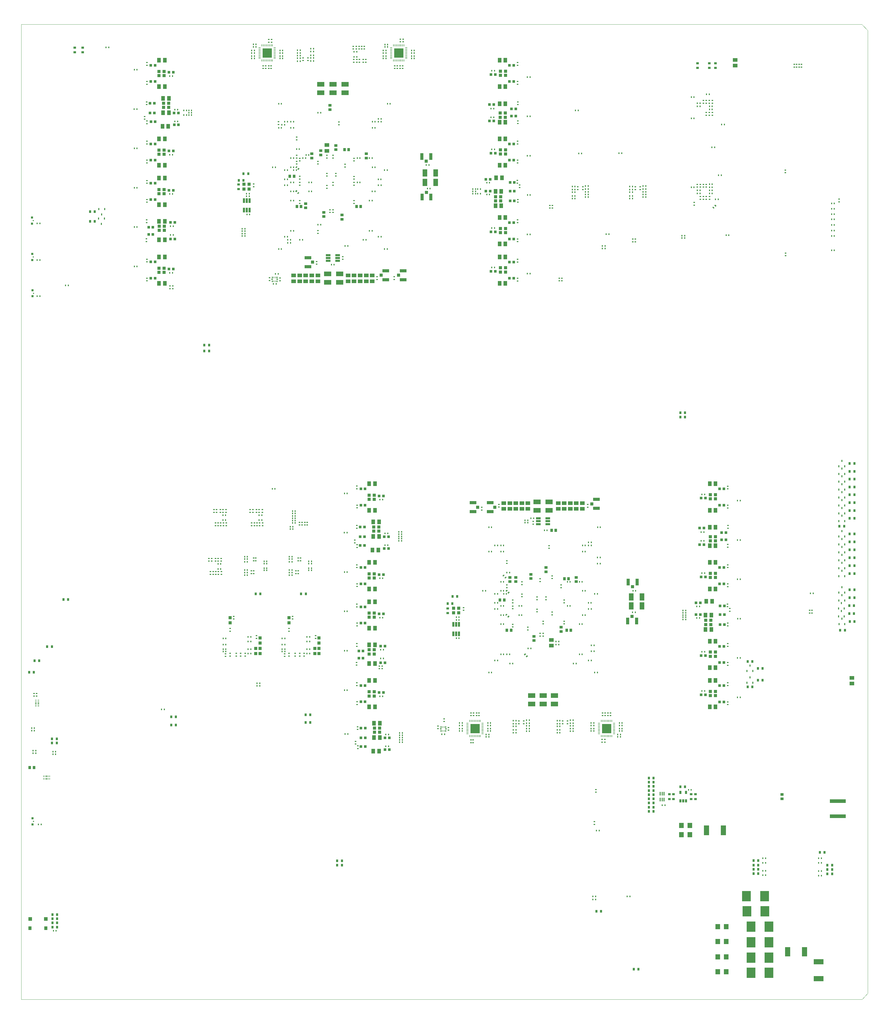
<source format=gbr>
G04 Created by GerbView*
%FSLAX35Y35*%
%MOMM*%
G75*
%ADD10C,0.0254*%
%ADD11R,0.7620X0.8128*%
%ADD12R,1.0998X0.9982*%
%ADD13R,0.3988X0.5994*%
%ADD14R,0.4318X0.7620*%
%ADD15R,0.2489X0.5791*%
%ADD16R,0.5994X0.3988*%
%ADD17R,0.9982X1.0998*%
%ADD18R,0.8001X0.2286*%
%ADD19R,0.2286X0.8001*%
%ADD20R,0.8179X0.9500*%
%ADD21R,1.2979X1.4986*%
%ADD22R,0.3556X1.1684*%
%ADD23R,0.6985X0.9982*%
%ADD24R,0.8128X0.7620*%
%ADD25R,0.9144X1.0160*%
%ADD26R,0.1981X0.5486*%
%ADD27R,0.5486X0.1981*%
%ADD28R,0.6985X1.4986*%
%ADD29R,0.6299X0.3480*%
%ADD30R,1.5977X2.3978*%
%ADD31R,1.0160X0.9144*%
%ADD32R,0.3988X0.3988*%
%ADD33R,1.1989X1.1989*%
%ADD34R,1.7780X3.1750*%
%ADD35R,5.2984X1.2979*%
%ADD36R,1.4986X1.2979*%
%ADD37R,2.3978X1.4986*%
%ADD38R,1.0490X0.9982*%
%ADD39R,0.9982X1.0490*%
%ADD40R,1.4986X0.6985*%
%ADD41R,0.7976X0.7976*%
%ADD42R,1.5977X1.7983*%
%ADD43R,2.9997X3.4976*%
%ADD44R,1.7780X3.1725*%
%ADD45R,3.1750X1.7780*%
%ADD46R,1.0490X2.1996*%
%ADD47R,2.1996X1.0490*%
%ADD48R,0.3988X0.5486*%
%ADD49R,0.5486X0.3988*%
%ADD50R,0.2997X0.5791*%
%ADD51R,3.0988X3.0988*%
%ADD52R,1.0490X1.2979*%
%ADD53C,0.0991*%
%LNEXPORT*%
D02*
D10*
D11*
X21596220Y18837500D03*
D10*
D11*
X21596220Y18693750D03*
D10*
D11*
X5852470Y21075000D03*
D10*
D11*
X5852470Y20875000D03*
D10*
D12*
X22606250Y9625000D03*
D10*
D13*
X23420000Y9430000D03*
D10*
D12*
X22606250Y10925000D03*
D10*
D13*
X23420000Y13330000D03*
D10*
D13*
X23425000Y12030000D03*
D10*
D11*
X24158720Y10000000D03*
D10*
D11*
X23666280Y9775000D03*
D10*
D14*
X23837730Y9911100D03*
D10*
D11*
X23821220Y9775000D03*
D10*
D11*
X24158720Y10387500D03*
D10*
D11*
X23666280Y10612500D03*
D10*
D14*
X23837730Y10298600D03*
D10*
D11*
X23821220Y10612500D03*
D10*
D14*
X2199770Y25251400D03*
D10*
D11*
X1916280Y25162500D03*
D10*
D14*
X2206020Y25570150D03*
D10*
D11*
X1916280Y25481250D03*
D10*
D14*
X23743750Y10088900D03*
D10*
D14*
X23743750Y10476400D03*
D10*
D14*
X2293750Y25073600D03*
D10*
D14*
X2300000Y25392350D03*
D10*
D14*
X26787500Y12027800D03*
D10*
D14*
X26768750Y12282650D03*
D10*
D14*
X26768750Y12545150D03*
D10*
D14*
X26781250Y12807650D03*
D10*
D14*
X26781250Y13070150D03*
D10*
D14*
X26881480Y11850000D03*
D10*
D11*
X27202470Y11938900D03*
D10*
D14*
X26862730Y12104850D03*
D10*
D11*
X27183720Y12193750D03*
D10*
D14*
X26862730Y12367350D03*
D10*
D11*
X27183720Y12456250D03*
D10*
D14*
X26875230Y12629850D03*
D10*
D11*
X27196220Y12718750D03*
D10*
D14*
X26875230Y12892350D03*
D10*
D11*
X27196220Y12981250D03*
D10*
D14*
X26781250Y17245150D03*
D10*
D14*
X26781250Y16988900D03*
D10*
D14*
X26781250Y16732650D03*
D10*
D14*
X26781250Y16213900D03*
D10*
D14*
X26781250Y15951400D03*
D10*
D14*
X26781250Y15688900D03*
D10*
D11*
X27196220Y17156250D03*
D10*
D14*
X26875230Y17067350D03*
D10*
D14*
X26875230Y16811100D03*
D10*
D11*
X27196220Y16900000D03*
D10*
D11*
X27196220Y16643750D03*
D10*
D11*
X27196220Y16125000D03*
D10*
D11*
X27196220Y15862500D03*
D10*
D11*
X27196220Y15600000D03*
D10*
D14*
X26875230Y16554850D03*
D10*
D14*
X26875230Y16036100D03*
D10*
D14*
X26875230Y15773600D03*
D10*
D14*
X26875230Y15511100D03*
D10*
D14*
X26781250Y15432650D03*
D10*
D14*
X26781250Y16470150D03*
D10*
D14*
X26781250Y13607650D03*
D10*
D14*
X26781250Y14395150D03*
D10*
D14*
X26781250Y14657650D03*
D10*
D14*
X26781250Y14920150D03*
D10*
D14*
X26781250Y14132650D03*
D10*
D14*
X26781250Y13870150D03*
D10*
D14*
X26875230Y15254850D03*
D10*
D11*
X27196220Y15343750D03*
D10*
D14*
X26875230Y16292350D03*
D10*
D11*
X27196220Y16381250D03*
D10*
D14*
X26875230Y13429850D03*
D10*
D11*
X27196220Y13518750D03*
D10*
D14*
X26875230Y14217350D03*
D10*
D11*
X27196220Y14306250D03*
D10*
D14*
X26875230Y14479850D03*
D10*
D11*
X27196220Y14568750D03*
D10*
D14*
X26875230Y14742350D03*
D10*
D11*
X27196220Y14831250D03*
D10*
D14*
X26875230Y13954850D03*
D10*
D11*
X27196220Y14043750D03*
D10*
D14*
X26875230Y13692350D03*
D10*
D11*
X27196220Y13781250D03*
D10*
D15*
X13625000Y8451000D03*
D10*
D16*
X13625000Y8630000D03*
D10*
D13*
X8505000Y13637500D03*
D10*
D13*
X8505000Y13906250D03*
D10*
D13*
X7030000Y13637500D03*
D10*
D13*
X7030000Y13906250D03*
D10*
D15*
X8050000Y23307250D03*
D10*
D13*
X8050000Y23425000D03*
D10*
D13*
X8595000Y14081250D03*
D10*
D13*
X8595000Y14000000D03*
D10*
D13*
X8595000Y13906250D03*
D10*
D13*
X8595000Y13468750D03*
D10*
D13*
X8595000Y13637500D03*
D10*
D13*
X8595000Y13550000D03*
D10*
D13*
X7120000Y14081250D03*
D10*
D13*
X7120000Y14000000D03*
D10*
D13*
X7120000Y13906250D03*
D10*
D13*
X7120000Y13468750D03*
D10*
D13*
X7120000Y13637500D03*
D10*
D13*
X7120000Y13550000D03*
D10*
D11*
X4598750Y8512500D03*
D10*
D11*
X4598750Y8787500D03*
D10*
D13*
X18486250Y8400000D03*
D10*
D13*
X18486250Y8318750D03*
D10*
D11*
X14058720Y12762500D03*
D10*
D11*
X7146220Y26737500D03*
D10*
D17*
X9487500Y11043750D03*
D10*
D17*
X7537500Y11043750D03*
D10*
D13*
X19367500Y8125000D03*
D10*
D18*
X19250000Y8275000D03*
D10*
D13*
X19367500Y8200000D03*
D10*
D18*
X18750000Y8425000D03*
D10*
D13*
X18576250Y8400000D03*
D10*
D18*
X18750000Y8525000D03*
D10*
D13*
X18576250Y8581250D03*
D10*
D19*
X18975000Y8650000D03*
D10*
D16*
X18950000Y8823750D03*
D10*
D19*
X19075000Y8650000D03*
D10*
D16*
X19131250Y8823750D03*
D10*
D18*
X19250000Y8475000D03*
D10*
D13*
X19423750Y8500000D03*
D10*
D18*
X19250000Y8375000D03*
D10*
D13*
X19423750Y8318750D03*
D10*
D18*
X18750000Y8375000D03*
D10*
D13*
X18576250Y8318750D03*
D10*
D18*
X18750000Y8475000D03*
D10*
D13*
X18576250Y8500000D03*
D10*
D19*
X18925000Y8650000D03*
D10*
D16*
X18868750Y8823750D03*
D10*
D19*
X19025000Y8650000D03*
D10*
D16*
X19050000Y8823750D03*
D10*
D18*
X19250000Y8525000D03*
D10*
D13*
X19423750Y8581250D03*
D10*
D18*
X19250000Y8425000D03*
D10*
D13*
X19423750Y8400000D03*
D10*
D20*
X22946020Y14875000D03*
D10*
D21*
X22602500Y15050000D03*
D10*
D16*
X23017500Y15107500D03*
D10*
D21*
X11147500Y10550000D03*
D10*
D20*
X10803980Y10725000D03*
D10*
D16*
X10732500Y10492500D03*
D10*
D20*
X15996020Y28875000D03*
D10*
D21*
X15652500Y29050000D03*
D10*
D16*
X16067500Y29107500D03*
D10*
D21*
X4197500Y24550000D03*
D10*
D20*
X3853980Y24725000D03*
D10*
D16*
X3782500Y24492500D03*
D10*
D21*
X11285000Y15225000D03*
D10*
D16*
X10737500Y15107500D03*
D10*
D20*
X10850000Y15062500D03*
D10*
D16*
X23012500Y11792500D03*
D10*
D20*
X22900000Y11837500D03*
D10*
D21*
X22465000Y11675000D03*
D10*
D21*
X11310000Y8575000D03*
D10*
D16*
X10762500Y8457500D03*
D10*
D20*
X10875000Y8412500D03*
D10*
D21*
X4335000Y29225000D03*
D10*
D16*
X3787500Y29107500D03*
D10*
D20*
X3900000Y29062500D03*
D10*
D16*
X16062500Y25792500D03*
D10*
D20*
X15950000Y25837500D03*
D10*
D21*
X15515000Y25675000D03*
D10*
D21*
X11260000Y14300000D03*
D10*
D16*
X10750000Y14385000D03*
D10*
D20*
X10850000Y14450000D03*
D10*
D16*
X23000000Y12515000D03*
D10*
D20*
X22900000Y12450000D03*
D10*
D21*
X22490000Y12600000D03*
D10*
D21*
X11285000Y7650000D03*
D10*
D16*
X10775000Y7735000D03*
D10*
D20*
X10875000Y7800000D03*
D10*
D21*
X4310000Y28300000D03*
D10*
D16*
X3800000Y28385000D03*
D10*
D20*
X3928980Y28450000D03*
D10*
D16*
X16050000Y26515000D03*
D10*
D20*
X15950000Y26450000D03*
D10*
D21*
X15540000Y26600000D03*
D10*
D21*
X11147500Y16487500D03*
D10*
D16*
X10743750Y16410000D03*
D10*
D20*
X10872730Y16320000D03*
D10*
D21*
X11147500Y13887500D03*
D10*
D16*
X10743750Y13810000D03*
D10*
D20*
X10872730Y13720000D03*
D10*
D21*
X11147500Y12587500D03*
D10*
D16*
X10743750Y12510000D03*
D10*
D20*
X10872730Y12420000D03*
D10*
D21*
X11147500Y9987500D03*
D10*
D16*
X10743750Y9910000D03*
D10*
D20*
X10872730Y9820000D03*
D10*
D16*
X23006250Y15690000D03*
D10*
D20*
X22877270Y15780000D03*
D10*
D21*
X22602500Y15612500D03*
D10*
D20*
X22877270Y13180000D03*
D10*
D16*
X23006250Y13090000D03*
D10*
D21*
X22602500Y13012500D03*
D10*
D16*
X23006250Y10490000D03*
D10*
D20*
X22877270Y10580000D03*
D10*
D21*
X22602500Y10412500D03*
D10*
D16*
X23006250Y9190000D03*
D10*
D20*
X22877270Y9280000D03*
D10*
D21*
X22602500Y9112500D03*
D10*
D21*
X4197500Y30487500D03*
D10*
D16*
X3793750Y30410000D03*
D10*
D20*
X3922730Y30320000D03*
D10*
D21*
X4197500Y27887500D03*
D10*
D16*
X3793750Y27810000D03*
D10*
D20*
X3922730Y27720000D03*
D10*
D21*
X4197500Y26587500D03*
D10*
D16*
X3793750Y26510000D03*
D10*
D20*
X3922730Y26420000D03*
D10*
D16*
X3793750Y23910000D03*
D10*
D20*
X3922730Y23820000D03*
D10*
D21*
X4197500Y23987500D03*
D10*
D20*
X15927270Y29780000D03*
D10*
D16*
X16056250Y29690000D03*
D10*
D21*
X15652500Y29612500D03*
D10*
D21*
X15652500Y27012500D03*
D10*
D20*
X15927270Y27180000D03*
D10*
D16*
X16056250Y27090000D03*
D10*
D20*
X15927270Y24580000D03*
D10*
D16*
X16056250Y24490000D03*
D10*
D21*
X15652500Y24412500D03*
D10*
D16*
X16056250Y23190000D03*
D10*
D20*
X15927270Y23280000D03*
D10*
D21*
X15652500Y23112500D03*
D10*
D21*
X11147500Y15612500D03*
D10*
D16*
X10745000Y15692500D03*
D10*
D20*
X10872730Y15782500D03*
D10*
D21*
X11147500Y13012500D03*
D10*
D20*
X10872730Y13182500D03*
D10*
D16*
X10745000Y13092500D03*
D10*
D21*
X11147500Y11712500D03*
D10*
D16*
X10745000Y11792500D03*
D10*
D20*
X10872730Y11882500D03*
D10*
D21*
X11147500Y9112500D03*
D10*
D16*
X10745000Y9192500D03*
D10*
D20*
X10872730Y9282500D03*
D10*
D16*
X23005000Y16407500D03*
D10*
D20*
X22877270Y16317500D03*
D10*
D21*
X22602500Y16487500D03*
D10*
D16*
X23005000Y13807500D03*
D10*
D20*
X22877270Y13717500D03*
D10*
D21*
X22602500Y13887500D03*
D10*
D16*
X23005000Y11207500D03*
D10*
D20*
X22877270Y11117500D03*
D10*
D21*
X22602500Y11287500D03*
D10*
D16*
X23005000Y9907500D03*
D10*
D20*
X22877270Y9817500D03*
D10*
D21*
X22602500Y9987500D03*
D10*
D21*
X4197500Y29612500D03*
D10*
D20*
X3922730Y29782500D03*
D10*
D16*
X3795000Y29692500D03*
D10*
D21*
X4197500Y27012500D03*
D10*
D16*
X3795000Y27092500D03*
D10*
D20*
X3922730Y27182500D03*
D10*
D21*
X4197500Y25712500D03*
D10*
D16*
X3795000Y25792500D03*
D10*
D20*
X3922730Y25882500D03*
D10*
D20*
X3922730Y23282500D03*
D10*
D21*
X4197500Y23112500D03*
D10*
D16*
X3795000Y23192500D03*
D10*
D16*
X16055000Y30407500D03*
D10*
D20*
X15927270Y30317500D03*
D10*
D21*
X15652500Y30487500D03*
D10*
D16*
X16055000Y27807500D03*
D10*
D20*
X15927270Y27717500D03*
D10*
D21*
X15652500Y27887500D03*
D10*
D16*
X16055000Y25207500D03*
D10*
D20*
X15927270Y25117500D03*
D10*
D21*
X15652500Y25287500D03*
D10*
D16*
X16055000Y23907500D03*
D10*
D20*
X15927270Y23817500D03*
D10*
D21*
X15652500Y23987500D03*
D10*
D13*
X18295000Y12950000D03*
D10*
D13*
X15505000Y12950000D03*
D10*
D13*
X15505000Y12150000D03*
D10*
D13*
X18295000Y12150000D03*
D10*
D13*
X11345000Y26950000D03*
D10*
D13*
X8555000Y26950000D03*
D10*
D16*
X8500000Y10792500D03*
D10*
D16*
X8350000Y10780000D03*
D10*
D13*
X8267500Y11025000D03*
D10*
D13*
X8267500Y11175000D03*
D10*
D13*
X8267500Y11375000D03*
D10*
D16*
X8500000Y11707500D03*
D10*
D17*
X8500000Y11892500D03*
D10*
D17*
X9350000Y10873750D03*
D10*
D17*
X9487500Y10873750D03*
D10*
D17*
X9350000Y11043750D03*
D10*
D16*
X9000000Y10792500D03*
D10*
D13*
X8267500Y10943750D03*
D10*
D13*
X9182500Y11425000D03*
D10*
D17*
X9487500Y11223750D03*
D10*
D16*
X6550000Y11707500D03*
D10*
D17*
X6550000Y11892500D03*
D10*
D17*
X7400000Y10873750D03*
D10*
D17*
X7537500Y10873750D03*
D10*
D17*
X7400000Y11043750D03*
D10*
D16*
X7050000Y10792500D03*
D10*
D13*
X6317500Y10943750D03*
D10*
D13*
X7232500Y11425000D03*
D10*
D17*
X7537500Y11223750D03*
D10*
D16*
X8618750Y12107500D03*
D10*
D17*
X8500000Y12062500D03*
D10*
D16*
X6668750Y12107500D03*
D10*
D17*
X6550000Y12062500D03*
D10*
D18*
X7525000Y30850000D03*
D10*
D13*
X7407500Y31012500D03*
D10*
D13*
X7407500Y30925000D03*
D10*
D18*
X14900000Y8275000D03*
D10*
D13*
X15017500Y8125000D03*
D10*
D13*
X15017500Y8200000D03*
D10*
D18*
X11875000Y30850000D03*
D10*
D13*
X11757500Y31006250D03*
D10*
D13*
X11757500Y30925000D03*
D10*
D19*
X14475000Y8150000D03*
D10*
D16*
X14512500Y8020000D03*
D10*
D19*
X14625000Y8150000D03*
D10*
D16*
X14587500Y8020000D03*
D10*
D19*
X7950000Y30975000D03*
D10*
D16*
X7918750Y31080000D03*
D10*
D19*
X7800000Y30975000D03*
D10*
D16*
X7831250Y31080000D03*
D10*
D19*
X12300000Y30975000D03*
D10*
D16*
X12268750Y31092500D03*
D10*
D19*
X12150000Y30975000D03*
D10*
D16*
X12181250Y31092500D03*
D10*
D18*
X8025000Y30700000D03*
D10*
D13*
X8198750Y30725000D03*
D10*
D18*
X14400000Y8425000D03*
D10*
D13*
X14226250Y8400000D03*
D10*
D18*
X12375000Y30700000D03*
D10*
D13*
X12548750Y30725000D03*
D10*
D18*
X8025000Y30600000D03*
D10*
D13*
X8198750Y30543750D03*
D10*
D18*
X14400000Y8525000D03*
D10*
D13*
X14226250Y8581250D03*
D10*
D18*
X12375000Y30600000D03*
D10*
D13*
X12548750Y30543750D03*
D10*
D19*
X7800000Y30475000D03*
D10*
D16*
X7825000Y30301250D03*
D10*
D19*
X14625000Y8650000D03*
D10*
D16*
X14600000Y8823750D03*
D10*
D19*
X12150000Y30475000D03*
D10*
D16*
X12175000Y30301250D03*
D10*
D19*
X7700000Y30475000D03*
D10*
D16*
X7643750Y30301250D03*
D10*
D19*
X14725000Y8650000D03*
D10*
D16*
X14781250Y8823750D03*
D10*
D19*
X12050000Y30475000D03*
D10*
D16*
X11993750Y30301250D03*
D10*
D18*
X7525000Y30650000D03*
D10*
D13*
X7351250Y30625000D03*
D10*
D18*
X14900000Y8475000D03*
D10*
D13*
X15073750Y8500000D03*
D10*
D18*
X11875000Y30650000D03*
D10*
D13*
X11701250Y30625000D03*
D10*
D18*
X7525000Y30750000D03*
D10*
D13*
X7351250Y30806250D03*
D10*
D18*
X14900000Y8375000D03*
D10*
D13*
X15073750Y8318750D03*
D10*
D18*
X11875000Y30750000D03*
D10*
D13*
X11701250Y30806250D03*
D10*
D18*
X8025000Y30750000D03*
D10*
D13*
X8198750Y30806250D03*
D10*
D18*
X14400000Y8375000D03*
D10*
D13*
X14226250Y8318750D03*
D10*
D18*
X12375000Y30750000D03*
D10*
D13*
X12548750Y30806250D03*
D10*
D18*
X8025000Y30650000D03*
D10*
D13*
X8198750Y30625000D03*
D10*
D18*
X14400000Y8475000D03*
D10*
D13*
X14226250Y8500000D03*
D10*
D18*
X12375000Y30650000D03*
D10*
D13*
X12548750Y30625000D03*
D10*
D19*
X7850000Y30475000D03*
D10*
D16*
X7906250Y30301250D03*
D10*
D19*
X14575000Y8650000D03*
D10*
D16*
X14518750Y8823750D03*
D10*
D19*
X12200000Y30475000D03*
D10*
D16*
X12256250Y30301250D03*
D10*
D19*
X7750000Y30475000D03*
D10*
D16*
X7725000Y30301250D03*
D10*
D19*
X14675000Y8650000D03*
D10*
D16*
X14700000Y8823750D03*
D10*
D19*
X12100000Y30475000D03*
D10*
D16*
X12075000Y30301250D03*
D10*
D18*
X7525000Y30600000D03*
D10*
D13*
X7351250Y30543750D03*
D10*
D18*
X14900000Y8525000D03*
D10*
D13*
X15073750Y8581250D03*
D10*
D18*
X11875000Y30600000D03*
D10*
D13*
X11701250Y30543750D03*
D10*
D18*
X7525000Y30700000D03*
D10*
D13*
X7351250Y30725000D03*
D10*
D18*
X14900000Y8425000D03*
D10*
D13*
X15073750Y8400000D03*
D10*
D18*
X11875000Y30700000D03*
D10*
D13*
X11701250Y30725000D03*
D10*
D11*
X1189970Y12662500D03*
D10*
D11*
X652470Y11103470D03*
D10*
D22*
X20772500Y6245290D03*
D10*
D11*
X20552470Y6350000D03*
D10*
D11*
X20552470Y6077500D03*
D10*
D11*
X20552470Y6212500D03*
D10*
D22*
X20772500Y6049710D03*
D10*
D11*
X20552470Y5662500D03*
D10*
D11*
X20552470Y5800000D03*
D10*
D11*
X20552470Y5937500D03*
D10*
D22*
X20902500Y6245290D03*
D10*
D11*
X20552470Y6762500D03*
D10*
D11*
X20552470Y6487500D03*
D10*
D11*
X20552470Y6625000D03*
D10*
D11*
X20397530Y5800000D03*
D10*
D23*
X21537500Y6007500D03*
D10*
D24*
X21075000Y6224970D03*
D10*
D24*
X21212500Y6224970D03*
D10*
D22*
X20902500Y6049710D03*
D10*
D24*
X21075000Y6070030D03*
D10*
D13*
X15107500Y8125000D03*
D10*
D13*
X7317500Y31012500D03*
D10*
D13*
X11667500Y31006250D03*
D10*
D13*
X19457500Y8125000D03*
D10*
D11*
X20397530Y6625000D03*
D10*
D16*
X17437500Y23192500D03*
D10*
D16*
X17518750Y23192500D03*
D10*
D13*
X7442500Y9812500D03*
D10*
D13*
X7442500Y9893750D03*
D10*
D13*
X21582500Y24687500D03*
D10*
D13*
X21582500Y24606250D03*
D10*
D11*
X10246220Y3880500D03*
D10*
D11*
X10246220Y4025000D03*
D10*
D13*
X7038750Y24750000D03*
D10*
D13*
X7038750Y24675000D03*
D10*
D13*
X7038750Y24837500D03*
D10*
D13*
X7038750Y24918750D03*
D10*
D19*
X18975000Y8150000D03*
D10*
D16*
X18943750Y8038750D03*
D10*
D19*
X18825000Y8150000D03*
D10*
D16*
X18850000Y8038750D03*
D10*
D13*
X6948750Y24675000D03*
D10*
D13*
X6948750Y24750000D03*
D10*
D13*
X6948750Y24918750D03*
D10*
D13*
X6948750Y24837500D03*
D10*
D13*
X12247500Y8100000D03*
D10*
D13*
X12247500Y8250000D03*
D10*
D13*
X12247500Y8175000D03*
D10*
D13*
X12247500Y7950000D03*
D10*
D13*
X12247500Y8025000D03*
D10*
D13*
X10440000Y8220000D03*
D10*
D11*
X660030Y7918750D03*
D10*
D11*
X660030Y8056250D03*
D10*
D24*
X22006250Y30228280D03*
D10*
D11*
X77000Y10643750D03*
D10*
D11*
X-00099999Y10262500D03*
D10*
D25*
X63600Y7110000D03*
D10*
D11*
X54940Y10262500D03*
D10*
D11*
X231940Y10643750D03*
D10*
D12*
X11325000Y8412500D03*
D10*
D11*
X10091280Y3880500D03*
D10*
D11*
X5697530Y21075000D03*
D10*
D11*
X21441280Y18837500D03*
D10*
D11*
X10091280Y4025000D03*
D10*
D11*
X5697530Y20875000D03*
D10*
D11*
X21441280Y18693750D03*
D10*
D13*
X2442500Y30912500D03*
D10*
D16*
X18950000Y8913750D03*
D10*
D16*
X19131250Y8913750D03*
D10*
D13*
X19513750Y8500000D03*
D10*
D13*
X19513750Y8318750D03*
D10*
D13*
X18486250Y8581250D03*
D10*
D13*
X2532500Y30912500D03*
D10*
D16*
X18868750Y8913750D03*
D10*
D16*
X19050000Y8913750D03*
D10*
D13*
X19513750Y8581250D03*
D10*
D13*
X19513750Y8400000D03*
D10*
D13*
X18486250Y8500000D03*
D10*
D19*
X19175000Y8150000D03*
D10*
D19*
X19025000Y8150000D03*
D10*
D19*
X14825000Y8150000D03*
D10*
D19*
X7600000Y30975000D03*
D10*
D19*
X11950000Y30975000D03*
D10*
D19*
X14675000Y8150000D03*
D10*
D19*
X7750000Y30975000D03*
D10*
D19*
X12100000Y30975000D03*
D10*
D13*
X30000Y7587500D03*
D10*
D16*
X62500Y9557500D03*
D10*
D13*
X30000Y7668750D03*
D10*
D16*
X150000Y9557500D03*
D10*
D13*
X776250Y7550000D03*
D10*
D26*
X581250Y6732500D03*
D10*
D26*
X581250Y6817500D03*
D10*
D27*
X211250Y9137500D03*
D10*
D13*
X-00013749Y8412500D03*
D10*
D27*
X126250Y9137500D03*
D10*
D13*
X776250Y7637500D03*
D10*
D26*
X531250Y6732500D03*
D10*
D26*
X531250Y6817500D03*
D10*
D27*
X211250Y9187500D03*
D10*
D13*
X-00013749Y8325000D03*
D10*
D27*
X126250Y9187500D03*
D10*
D13*
X686250Y7550000D03*
D10*
D13*
X686250Y7637500D03*
D10*
D13*
X76250Y8412500D03*
D10*
D13*
X76250Y8325000D03*
D10*
D11*
X7397530Y12850000D03*
D10*
D12*
X11325000Y8275000D03*
D10*
D13*
X10350000Y8220000D03*
D10*
D15*
X13625000Y8324000D03*
D10*
D13*
X13645000Y8206250D03*
D10*
D15*
X13575000Y8324000D03*
D10*
D13*
X13555000Y8206250D03*
D10*
D13*
X8070000Y23093750D03*
D10*
D15*
X8050000Y23180250D03*
D10*
D13*
X7980000Y23093750D03*
D10*
D15*
X8000000Y23180250D03*
D10*
D11*
X26303780Y3737500D03*
D10*
D13*
X26017500Y3687500D03*
D10*
D11*
X26303780Y3593750D03*
D10*
D13*
X26017500Y3537500D03*
D10*
D11*
X24014970Y3600000D03*
D10*
D13*
X24257500Y3550000D03*
D10*
D11*
X24014970Y3743750D03*
D10*
D13*
X24257500Y3700000D03*
D10*
D11*
X26057060Y4306250D03*
D10*
D13*
X26017500Y4112500D03*
D10*
D11*
X26303780Y3881250D03*
D10*
D13*
X26017500Y3962500D03*
D10*
D11*
X24014970Y3887500D03*
D10*
D13*
X24257500Y3962500D03*
D10*
D11*
X24014970Y4037500D03*
D10*
D13*
X24257500Y4112500D03*
D10*
D20*
X22221020Y15025000D03*
D10*
D13*
X22220000Y14887500D03*
D10*
D21*
X22412500Y15050000D03*
D10*
D20*
X15271020Y29025000D03*
D10*
D21*
X15462500Y29050000D03*
D10*
D13*
X15270000Y28887500D03*
D10*
D16*
X11481250Y10463750D03*
D10*
D21*
X11337500Y10550000D03*
D10*
D13*
X11530000Y10712500D03*
D10*
D20*
X11528980Y10575000D03*
D10*
D20*
X4578980Y24575000D03*
D10*
D13*
X4580000Y24712500D03*
D10*
D21*
X4387500Y24550000D03*
D10*
D11*
X497530Y11103470D03*
D10*
D11*
X9047530Y8596000D03*
D10*
D11*
X9047530Y8850000D03*
D10*
D28*
X7195000Y25532510D03*
D10*
D13*
X7195000Y25387500D03*
D10*
D11*
X24003780Y10387500D03*
D10*
D11*
X24003780Y10000000D03*
D10*
D13*
X23045000Y24706250D03*
D10*
D16*
X22500000Y29067500D03*
D10*
D13*
X22495000Y28962500D03*
D10*
D13*
X22495000Y26287500D03*
D10*
D13*
X22495000Y26187500D03*
D10*
D16*
X22300000Y29157500D03*
D10*
D16*
X22400000Y29157500D03*
D10*
D16*
X22200000Y29157500D03*
D10*
D13*
X22405000Y26387500D03*
D10*
D16*
X22300000Y26382500D03*
D10*
D21*
X22412500Y16487500D03*
D10*
D20*
X22271020Y16012500D03*
D10*
D13*
X22245000Y16137500D03*
D10*
D12*
X22436250Y16125000D03*
D10*
D12*
X22436250Y15987500D03*
D10*
D21*
X22412500Y15612500D03*
D10*
D20*
X22221020Y14475000D03*
D10*
D21*
X22412500Y14437500D03*
D10*
D12*
X22430000Y14600000D03*
D10*
D12*
X22430000Y14737500D03*
D10*
D13*
X22220000Y14600000D03*
D10*
D21*
X22412500Y13012500D03*
D10*
D12*
X22436250Y13387500D03*
D10*
D20*
X22271020Y13412500D03*
D10*
D12*
X22436250Y13525000D03*
D10*
D21*
X22412500Y13887500D03*
D10*
D13*
X22245000Y13537500D03*
D10*
D13*
X22077500Y12437500D03*
D10*
D20*
X22100000Y12550000D03*
D10*
D21*
X22300000Y12600000D03*
D10*
D21*
X22275000Y11675000D03*
D10*
D12*
X22280000Y11837500D03*
D10*
D12*
X22280000Y11975000D03*
D10*
D21*
X22412500Y10412500D03*
D10*
D12*
X22436250Y10787500D03*
D10*
D12*
X22436250Y10925000D03*
D10*
D13*
X22245000Y10937500D03*
D10*
D20*
X22271020Y10812500D03*
D10*
D21*
X22412500Y11287500D03*
D10*
D21*
X22412500Y9112500D03*
D10*
D12*
X22436250Y9487500D03*
D10*
D12*
X22436250Y9625000D03*
D10*
D13*
X22245000Y9637500D03*
D10*
D20*
X22271020Y9512500D03*
D10*
D21*
X22412500Y9987500D03*
D10*
D13*
X22005000Y28962500D03*
D10*
D13*
X22005000Y29062500D03*
D10*
D21*
X15462500Y29612500D03*
D10*
D12*
X15486250Y29987500D03*
D10*
D20*
X15321020Y30012500D03*
D10*
D12*
X15486250Y30125000D03*
D10*
D21*
X15462500Y30487500D03*
D10*
D13*
X15295000Y30137500D03*
D10*
D12*
X15480000Y28600000D03*
D10*
D13*
X15270000Y28600000D03*
D10*
D20*
X15271020Y28475000D03*
D10*
D21*
X15462500Y28437500D03*
D10*
D12*
X15480000Y28737500D03*
D10*
D20*
X15321020Y27412500D03*
D10*
D12*
X15486250Y27387500D03*
D10*
D21*
X15462500Y27012500D03*
D10*
D12*
X15486250Y27525000D03*
D10*
D21*
X15462500Y27887500D03*
D10*
D13*
X15295000Y27537500D03*
D10*
D20*
X15150000Y26550000D03*
D10*
D13*
X15127500Y26437500D03*
D10*
D21*
X15350000Y26600000D03*
D10*
D12*
X15330000Y25837500D03*
D10*
D21*
X15325000Y25675000D03*
D10*
D12*
X15330000Y25975000D03*
D10*
D21*
X15462500Y24412500D03*
D10*
D12*
X15486250Y24787500D03*
D10*
D20*
X15321020Y24812500D03*
D10*
D12*
X15486250Y24925000D03*
D10*
D13*
X15295000Y24937500D03*
D10*
D21*
X15462500Y25287500D03*
D10*
D21*
X15462500Y23112500D03*
D10*
D12*
X15486250Y23487500D03*
D10*
D20*
X15321020Y23512500D03*
D10*
D12*
X15486250Y23625000D03*
D10*
D13*
X15295000Y23637500D03*
D10*
D21*
X15462500Y23987500D03*
D10*
D13*
X14120000Y11387500D03*
D10*
D28*
X14120000Y11532510D03*
D10*
D21*
X11337500Y15612500D03*
D10*
D12*
X11313750Y16112500D03*
D10*
D12*
X11313750Y15975000D03*
D10*
D21*
X11337500Y16487500D03*
D10*
D13*
X11505000Y15962500D03*
D10*
D20*
X11478980Y16087500D03*
D10*
D12*
X11470000Y14925000D03*
D10*
D12*
X11470000Y15062500D03*
D10*
D21*
X11475000Y15225000D03*
D10*
D21*
X11450000Y14300000D03*
D10*
D13*
X11672500Y14462500D03*
D10*
D20*
X11650000Y14350000D03*
D10*
D21*
X11337500Y13012500D03*
D10*
D12*
X11313750Y13512500D03*
D10*
D12*
X11313750Y13375000D03*
D10*
D21*
X11337500Y13887500D03*
D10*
D13*
X11505000Y13362500D03*
D10*
D20*
X11478980Y13487500D03*
D10*
D21*
X11337500Y11712500D03*
D10*
D12*
X11313750Y12075000D03*
D10*
D12*
X11313750Y12212500D03*
D10*
D21*
X11337500Y12587500D03*
D10*
D13*
X11505000Y12062500D03*
D10*
D20*
X11478980Y12187500D03*
D10*
D12*
X11320000Y11000000D03*
D10*
D12*
X11320000Y10862500D03*
D10*
D21*
X11337500Y11162500D03*
D10*
D13*
X11530000Y11000000D03*
D10*
D20*
X11528980Y11125000D03*
D10*
D21*
X11337500Y9112500D03*
D10*
D12*
X11313750Y9612500D03*
D10*
D12*
X11313750Y9475000D03*
D10*
D21*
X11337500Y9987500D03*
D10*
D13*
X11505000Y9462500D03*
D10*
D20*
X11478980Y9587500D03*
D10*
D12*
X11495000Y8275000D03*
D10*
D12*
X11495000Y8412500D03*
D10*
D21*
X11500000Y8575000D03*
D10*
D20*
X11675000Y7700000D03*
D10*
D21*
X11475000Y7650000D03*
D10*
D13*
X11697500Y7812500D03*
D10*
D20*
X4528980Y30087500D03*
D10*
D13*
X4555000Y29962500D03*
D10*
D21*
X4387500Y30487500D03*
D10*
D12*
X4363750Y29975000D03*
D10*
D12*
X4363750Y30112500D03*
D10*
D21*
X4387500Y29612500D03*
D10*
D12*
X4520000Y28925000D03*
D10*
D12*
X4520000Y29062500D03*
D10*
D21*
X4525000Y29225000D03*
D10*
D20*
X4700000Y28350000D03*
D10*
D21*
X4500000Y28300000D03*
D10*
D13*
X4722500Y28462500D03*
D10*
D21*
X4387500Y27012500D03*
D10*
D12*
X4363750Y27512500D03*
D10*
D12*
X4363750Y27375000D03*
D10*
D21*
X4387500Y27887500D03*
D10*
D13*
X4555000Y27362500D03*
D10*
D20*
X4528980Y27487500D03*
D10*
D21*
X4387500Y25712500D03*
D10*
D12*
X4363750Y26212500D03*
D10*
D12*
X4363750Y26075000D03*
D10*
D21*
X4387500Y26587500D03*
D10*
D13*
X4555000Y26062500D03*
D10*
D20*
X4528980Y26187500D03*
D10*
D12*
X4370000Y25000000D03*
D10*
D12*
X4370000Y24862500D03*
D10*
D21*
X4387500Y25162500D03*
D10*
D13*
X4580000Y25000000D03*
D10*
D20*
X4578980Y25125000D03*
D10*
D16*
X4562500Y23026250D03*
D10*
D13*
X4555000Y23462500D03*
D10*
D21*
X4387500Y23987500D03*
D10*
D12*
X4363750Y23475000D03*
D10*
D21*
X4387500Y23112500D03*
D10*
D12*
X4363750Y23612500D03*
D10*
D20*
X4528980Y23587500D03*
D10*
D11*
X2071220Y25481250D03*
D10*
D11*
X2071220Y25162500D03*
D10*
D24*
X1409110Y30747530D03*
D10*
D24*
X1671000Y30747530D03*
D10*
D13*
X1105000Y23043980D03*
D10*
D13*
X22495000Y28862500D03*
D10*
D16*
X22500000Y28757500D03*
D10*
D13*
X22576250Y27606250D03*
D10*
D16*
X22300000Y28667500D03*
D10*
D16*
X22400000Y28667500D03*
D10*
D13*
X20295000Y26137500D03*
D10*
D13*
X20295000Y26225000D03*
D10*
D16*
X20112500Y26300000D03*
D10*
D13*
X20205000Y26325000D03*
D10*
D13*
X20295000Y26050000D03*
D10*
D13*
X20295000Y25962500D03*
D10*
D13*
X19767500Y26125000D03*
D10*
D13*
X19767500Y26210000D03*
D10*
D16*
X19950000Y26300000D03*
D10*
D13*
X19857500Y26312500D03*
D10*
D13*
X19767500Y26000000D03*
D10*
D13*
X19767500Y25912500D03*
D10*
D16*
X19868750Y24576250D03*
D10*
D19*
X19125000Y8650000D03*
D10*
D18*
X19250000Y8575000D03*
D10*
D18*
X19250000Y8325000D03*
D10*
D13*
X19457500Y8200000D03*
D10*
D19*
X18875000Y8650000D03*
D10*
D18*
X18750000Y8575000D03*
D10*
D18*
X18750000Y8325000D03*
D10*
D13*
X18395000Y26137500D03*
D10*
D13*
X18395000Y26225000D03*
D10*
D13*
X18395000Y26050000D03*
D10*
D13*
X18395000Y25962500D03*
D10*
D16*
X18212500Y26300000D03*
D10*
D13*
X18305000Y26325000D03*
D10*
D16*
X18050000Y26300000D03*
D10*
D13*
X17957500Y26312500D03*
D10*
D13*
X17867500Y26125000D03*
D10*
D13*
X17867500Y26210000D03*
D10*
D13*
X17867500Y26000000D03*
D10*
D13*
X17867500Y25912500D03*
D10*
D16*
X17712500Y8650000D03*
D10*
D13*
X17805000Y8675000D03*
D10*
D13*
X17895000Y8487500D03*
D10*
D13*
X17895000Y8575000D03*
D10*
D13*
X17895000Y8400000D03*
D10*
D13*
X17895000Y8312500D03*
D10*
D16*
X17550000Y8650000D03*
D10*
D13*
X17457500Y8662500D03*
D10*
D13*
X17367500Y8475000D03*
D10*
D13*
X17367500Y8560000D03*
D10*
D13*
X17367500Y8350000D03*
D10*
D13*
X17367500Y8262500D03*
D10*
D16*
X16262500Y8650000D03*
D10*
D13*
X16355000Y8675000D03*
D10*
D13*
X16445000Y8487500D03*
D10*
D13*
X16445000Y8575000D03*
D10*
D13*
X16445000Y8400000D03*
D10*
D13*
X16445000Y8312500D03*
D10*
D16*
X16100000Y8650000D03*
D10*
D13*
X16007500Y8662500D03*
D10*
D13*
X15917500Y8475000D03*
D10*
D13*
X15917500Y8560000D03*
D10*
D13*
X15917500Y8350000D03*
D10*
D13*
X15917500Y8262500D03*
D10*
D18*
X14900000Y8575000D03*
D10*
D18*
X14900000Y8325000D03*
D10*
D13*
X15107500Y8200000D03*
D10*
D19*
X14525000Y8650000D03*
D10*
D19*
X14775000Y8650000D03*
D10*
D18*
X14400000Y8575000D03*
D10*
D18*
X14400000Y8325000D03*
D10*
D18*
X12375000Y30550000D03*
D10*
D18*
X12375000Y30800000D03*
D10*
D19*
X12250000Y30475000D03*
D10*
D18*
X11875000Y30800000D03*
D10*
D13*
X11667500Y30925000D03*
D10*
D18*
X11875000Y30550000D03*
D10*
D19*
X12000000Y30475000D03*
D10*
D16*
X10812500Y30945000D03*
D10*
D16*
X10725000Y30945000D03*
D10*
D16*
X10900000Y30945000D03*
D10*
D16*
X10987500Y30945000D03*
D10*
D16*
X10950000Y30417500D03*
D10*
D16*
X11037500Y30417500D03*
D10*
D16*
X10825000Y30417500D03*
D10*
D16*
X10740000Y30417500D03*
D10*
D13*
X10650000Y30762500D03*
D10*
D16*
X10625000Y30855000D03*
D10*
D13*
X10650000Y30600000D03*
D10*
D16*
X10637500Y30507500D03*
D10*
D13*
X9307500Y30775000D03*
D10*
D13*
X9307500Y30862500D03*
D10*
D13*
X9307500Y30650000D03*
D10*
D13*
X9307500Y30565000D03*
D10*
D13*
X9238750Y13625000D03*
D10*
D13*
X9238750Y13700000D03*
D10*
D13*
X9238750Y13925000D03*
D10*
D13*
X9238750Y13850000D03*
D10*
D16*
X9125000Y30475000D03*
D10*
D13*
X9217500Y30462500D03*
D10*
D16*
X9018750Y15123750D03*
D10*
D16*
X9100000Y15123750D03*
D10*
D13*
X9182500Y11275000D03*
D10*
D13*
X9182500Y11025000D03*
D10*
D13*
X9182500Y10875000D03*
D10*
D13*
X8780000Y30637500D03*
D10*
D13*
X8780000Y30550000D03*
D10*
D13*
X8780000Y30725000D03*
D10*
D13*
X8780000Y30812500D03*
D10*
D16*
X8962500Y30475000D03*
D10*
D13*
X8870000Y30450000D03*
D10*
D16*
X8843750Y15123750D03*
D10*
D16*
X8925000Y15123750D03*
D10*
D13*
X8626250Y15068750D03*
D10*
D13*
X8626250Y14987500D03*
D10*
D16*
X8875000Y14032500D03*
D10*
D16*
X8800000Y14032500D03*
D10*
D16*
X8725000Y13517500D03*
D10*
D16*
X8800000Y13517500D03*
D10*
D16*
X8700000Y10792500D03*
D10*
D16*
X8850000Y10792500D03*
D10*
D13*
X8611250Y15350000D03*
D10*
D13*
X8611250Y15425000D03*
D10*
D13*
X8611250Y15506250D03*
D10*
D13*
X8611250Y15581250D03*
D10*
D13*
X8611250Y15193750D03*
D10*
D13*
X8611250Y15268750D03*
D10*
D13*
X8505000Y14000000D03*
D10*
D13*
X8505000Y13468750D03*
D10*
D18*
X8025000Y30550000D03*
D10*
D18*
X8025000Y30800000D03*
D10*
D19*
X7900000Y30475000D03*
D10*
D19*
X7650000Y30475000D03*
D10*
D16*
X7612500Y15542500D03*
D10*
D13*
X7600000Y15450000D03*
D10*
D16*
X7625000Y15195000D03*
D10*
D13*
X7600000Y15287500D03*
D10*
D13*
X7763750Y13625000D03*
D10*
D13*
X7763750Y13700000D03*
D10*
D13*
X7763750Y13925000D03*
D10*
D13*
X7763750Y13850000D03*
D10*
D18*
X7525000Y30800000D03*
D10*
D13*
X7317500Y30925000D03*
D10*
D18*
X7525000Y30550000D03*
D10*
D16*
X7212500Y15632500D03*
D10*
D16*
X7300000Y15632500D03*
D10*
D16*
X7510000Y15632500D03*
D10*
D16*
X7425000Y15632500D03*
D10*
D16*
X7525000Y15105000D03*
D10*
D16*
X7437500Y15105000D03*
D10*
D16*
X7262500Y15105000D03*
D10*
D16*
X7350000Y15105000D03*
D10*
D16*
X7400000Y14032500D03*
D10*
D16*
X7325000Y14032500D03*
D10*
D16*
X7250000Y13517500D03*
D10*
D16*
X7325000Y13517500D03*
D10*
D13*
X7232500Y10875000D03*
D10*
D13*
X7030000Y14000000D03*
D10*
D13*
X7030000Y13468750D03*
D10*
D16*
X6900000Y10792500D03*
D10*
D16*
X6750000Y10792500D03*
D10*
D16*
X6550000Y10792500D03*
D10*
D16*
X6310000Y15632500D03*
D10*
D16*
X6225000Y15632500D03*
D10*
D16*
X6412500Y15542500D03*
D10*
D13*
X6400000Y15450000D03*
D10*
D16*
X6325000Y15105000D03*
D10*
D16*
X6237500Y15105000D03*
D10*
D16*
X6425000Y15195000D03*
D10*
D13*
X6400000Y15287500D03*
D10*
D16*
X6062500Y14020000D03*
D10*
D16*
X6147500Y14020000D03*
D10*
D13*
X6237500Y13837500D03*
D10*
D16*
X6250000Y13930000D03*
D10*
D13*
X6237500Y13675000D03*
D10*
D16*
X6262500Y13582500D03*
D10*
D16*
X6075000Y13492500D03*
D10*
D16*
X6162500Y13492500D03*
D10*
D13*
X6317500Y11375000D03*
D10*
D13*
X6317500Y11175000D03*
D10*
D13*
X6317500Y11025000D03*
D10*
D16*
X6400000Y10780000D03*
D10*
D16*
X6012500Y15632500D03*
D10*
D16*
X6100000Y15632500D03*
D10*
D16*
X6062500Y15105000D03*
D10*
D16*
X6150000Y15105000D03*
D10*
D16*
X5937500Y14020000D03*
D10*
D16*
X5850000Y14020000D03*
D10*
D16*
X5987500Y13492500D03*
D10*
D16*
X5900000Y13492500D03*
D10*
D13*
X4370000Y9031250D03*
D10*
D21*
X11310000Y8100000D03*
D10*
D20*
X10875000Y8087500D03*
D10*
D16*
X10700000Y7885000D03*
D10*
D13*
X7232500Y11025000D03*
D10*
D13*
X7232500Y11275000D03*
D10*
D16*
X17437500Y23282500D03*
D10*
D29*
X7939000Y23243750D03*
D10*
D16*
X7850000Y23205000D03*
D10*
D21*
X15325000Y26150000D03*
D10*
D20*
X15153520Y26162500D03*
D10*
D13*
X15127350Y26050000D03*
D10*
D20*
X22103520Y12162500D03*
D10*
D21*
X22275000Y12150000D03*
D10*
D13*
X22077350Y12050000D03*
D10*
D20*
X11646480Y14737500D03*
D10*
D21*
X11475000Y14750000D03*
D10*
D13*
X11672650Y14850000D03*
D10*
D20*
X4696480Y28737500D03*
D10*
D13*
X4722650Y28850000D03*
D10*
D21*
X4525000Y28750000D03*
D10*
D16*
X13425000Y8392500D03*
D10*
D29*
X13514000Y8387500D03*
D10*
D20*
X11671480Y8087500D03*
D10*
D13*
X11697650Y8200000D03*
D10*
D21*
X11500000Y8100000D03*
D10*
D11*
X13743750Y12531250D03*
D10*
D24*
X13743750Y12371220D03*
D10*
D13*
X8648750Y26850000D03*
D10*
D24*
X6831250Y26379940D03*
D10*
D11*
X6835030Y26518750D03*
D10*
G36*
X8701574Y26155998D02*
X8744001Y26198425D01*
X8772285Y26170141D01*
X8729858Y26127714D01*
X8701574Y26155998D01*
G37*
D13*
X8355000Y26850000D03*
D10*
D16*
X11481250Y10373750D03*
D10*
D16*
X11575000Y10373750D03*
D10*
D13*
X18788750Y13850000D03*
D10*
D13*
X8545000Y24550000D03*
D10*
D13*
X18588750Y10950000D03*
D10*
D16*
X8150000Y28361250D03*
D10*
D16*
X4562500Y22936250D03*
D10*
D16*
X4650000Y22936250D03*
D10*
D16*
X19868750Y24486250D03*
D10*
D16*
X19950000Y24486250D03*
D10*
D16*
X25718750Y12217500D03*
D10*
D16*
X25793750Y12217500D03*
D10*
D13*
X18951250Y24262500D03*
D10*
D13*
X18951250Y24350000D03*
D10*
D13*
X18588750Y11150000D03*
D10*
D13*
X18788750Y14050000D03*
D10*
D13*
X8455000Y24450000D03*
D10*
D11*
X13903780Y12762500D03*
D10*
D13*
X7532500Y9812500D03*
D10*
D17*
X9487500Y11393750D03*
D10*
D16*
X9375000Y11470000D03*
D10*
D17*
X7537500Y11393750D03*
D10*
D16*
X7425000Y11470000D03*
D10*
D13*
X21492500Y24687500D03*
D10*
D13*
X22805000Y28362500D03*
D10*
D13*
X22795000Y26687500D03*
D10*
G36*
X22607641Y25646464D02*
X22565214Y25688891D01*
X22593498Y25717175D01*
X22635925Y25674748D01*
X22607641Y25646464D01*
G37*
D13*
X22395000Y29362500D03*
D10*
D13*
X21805000Y29262500D03*
D10*
D13*
X21805000Y28562500D03*
D10*
D13*
X21805000Y26287500D03*
D10*
D16*
X21900000Y25692500D03*
D10*
D11*
X7552470Y12850000D03*
D10*
D11*
X9052470Y12850000D03*
D10*
D11*
X8897530Y12850000D03*
D10*
D28*
X13930000Y11842490D03*
D10*
D13*
X14030000Y12075000D03*
D10*
D13*
X120000Y7587500D03*
D10*
D26*
X431250Y6817500D03*
D10*
D26*
X431250Y6732500D03*
D10*
D13*
X120000Y7668750D03*
D10*
D26*
X381250Y6817500D03*
D10*
D26*
X381250Y6732500D03*
D10*
D16*
X62500Y9467500D03*
D10*
D27*
X126250Y9287500D03*
D10*
D27*
X211250Y9287500D03*
D10*
D16*
X150000Y9467500D03*
D10*
D27*
X126250Y9337500D03*
D10*
D27*
X211250Y9337500D03*
D10*
D16*
X22200000Y25892500D03*
D10*
D13*
X22005000Y26081250D03*
D10*
D16*
X22100000Y25892500D03*
D10*
D16*
X25718750Y12307500D03*
D10*
D29*
X13686000Y8387500D03*
D10*
D16*
X13775000Y8432500D03*
D10*
D13*
X25832500Y12868750D03*
D10*
D28*
X14120000Y11842490D03*
D10*
D13*
X14120000Y12075000D03*
D10*
D13*
X14120000Y11987500D03*
D10*
D30*
X20175000Y12750000D03*
D10*
D30*
X20175000Y12450000D03*
D10*
D25*
X17180150Y14950000D03*
D10*
D13*
X17032500Y14950000D03*
D10*
D13*
X16405000Y11050000D03*
D10*
D13*
X15795000Y13550000D03*
D10*
G36*
X15715214Y12092358D02*
X15757641Y12134785D01*
X15785925Y12106501D01*
X15743498Y12064074D01*
X15715214Y12092358D01*
G37*
D25*
X15844850Y11650000D03*
D10*
D25*
X15613600Y12650000D03*
D10*
G36*
X15721464Y12886108D02*
X15763891Y12928535D01*
X15792175Y12900251D01*
X15749748Y12857824D01*
X15721464Y12886108D01*
G37*
D13*
X15595000Y12450000D03*
D10*
D13*
X15795000Y10850000D03*
D10*
D13*
X18861250Y24262500D03*
D10*
D16*
X8200000Y23288750D03*
D10*
D29*
X8111000Y23243750D03*
D10*
D16*
X22200000Y26382500D03*
D10*
D16*
X22000000Y26292500D03*
D10*
D13*
X22005000Y26181250D03*
D10*
D16*
X22100000Y26382500D03*
D10*
D13*
X19076250Y24737500D03*
D10*
D28*
X7195000Y25842490D03*
D10*
D13*
X7182500Y26075000D03*
D10*
D13*
X7182500Y25987500D03*
D10*
D30*
X13350000Y26450000D03*
D10*
D30*
X13350000Y26762500D03*
D10*
G36*
X8765214Y26092358D02*
X8807641Y26134785D01*
X8835925Y26106501D01*
X8793498Y26064074D01*
X8765214Y26092358D01*
G37*
D13*
X10355000Y24350000D03*
D10*
D31*
X9850000Y28855150D03*
D10*
D13*
X9545000Y28750000D03*
D10*
D13*
X9455000Y25050000D03*
D10*
D13*
X8838750Y27550000D03*
D10*
D31*
X9050000Y25605150D03*
D10*
D13*
X8645000Y26450000D03*
D10*
D25*
X8663600Y26650000D03*
D10*
G36*
X8771464Y26886108D02*
X8813891Y26928535D01*
X8842175Y26900251D01*
X8799748Y26857824D01*
X8771464Y26886108D01*
G37*
D11*
X26883720Y11650000D03*
D10*
D11*
X26858720Y15087500D03*
D10*
D13*
X8261250Y28350000D03*
D10*
D12*
X22450000Y11975000D03*
D10*
D12*
X22606250Y13525000D03*
D10*
D12*
X22600000Y14737500D03*
D10*
D13*
X23420000Y14630000D03*
D10*
D12*
X22606250Y16125000D03*
D10*
D12*
X11143750Y15975000D03*
D10*
D13*
X10330000Y16170000D03*
D10*
D12*
X11300000Y14925000D03*
D10*
D13*
X10325000Y14870000D03*
D10*
D13*
X23420000Y15930000D03*
D10*
D12*
X11143750Y13375000D03*
D10*
D13*
X10330000Y13570000D03*
D10*
D12*
X11150000Y10862500D03*
D10*
D13*
X10330000Y10970000D03*
D10*
D12*
X11143750Y12075000D03*
D10*
D13*
X10330000Y12270000D03*
D10*
D12*
X11143750Y9475000D03*
D10*
D13*
X23420000Y10730000D03*
D10*
D13*
X10330000Y9670000D03*
D10*
D12*
X22600000Y14600000D03*
D10*
D12*
X11143750Y16112500D03*
D10*
D12*
X11143750Y13512500D03*
D10*
D12*
X11143750Y12212500D03*
D10*
D12*
X11143750Y9612500D03*
D10*
D12*
X22606250Y15987500D03*
D10*
D12*
X22606250Y13387500D03*
D10*
D12*
X22606250Y10787500D03*
D10*
D12*
X11300000Y15062500D03*
D10*
D12*
X22450000Y11837500D03*
D10*
D12*
X11150000Y11000000D03*
D10*
D12*
X22606250Y9487500D03*
D10*
D12*
X15650000Y28600000D03*
D10*
D12*
X4193750Y30112500D03*
D10*
D12*
X4193750Y27512500D03*
D10*
D12*
X4193750Y26212500D03*
D10*
D12*
X4193750Y23612500D03*
D10*
D12*
X15656250Y29987500D03*
D10*
D12*
X15656250Y27387500D03*
D10*
D12*
X15656250Y24787500D03*
D10*
D12*
X4350000Y29062500D03*
D10*
D12*
X15500000Y25837500D03*
D10*
D12*
X4200000Y25000000D03*
D10*
D12*
X15656250Y23487500D03*
D10*
D12*
X4193750Y29975000D03*
D10*
D12*
X15656250Y30125000D03*
D10*
D12*
X15650000Y28737500D03*
D10*
D12*
X4350000Y28925000D03*
D10*
D13*
X3380000Y24970000D03*
D10*
D13*
X16470000Y23430000D03*
D10*
D12*
X4200000Y24862500D03*
D10*
D13*
X3380000Y23670000D03*
D10*
D13*
X16475000Y26030000D03*
D10*
D12*
X15656250Y24925000D03*
D10*
D12*
X15500000Y25975000D03*
D10*
D13*
X16470000Y27330000D03*
D10*
D13*
X16470000Y28630000D03*
D10*
D12*
X4193750Y23475000D03*
D10*
D13*
X16470000Y29930000D03*
D10*
D12*
X15656250Y27525000D03*
D10*
D12*
X15656250Y23625000D03*
D10*
D13*
X16470000Y24730000D03*
D10*
D12*
X4193750Y26075000D03*
D10*
D13*
X3380000Y26270000D03*
D10*
D12*
X4193750Y27375000D03*
D10*
D13*
X3380000Y27570000D03*
D10*
D13*
X3380000Y30170000D03*
D10*
D13*
X3375000Y28870000D03*
D10*
D11*
X9202470Y8596000D03*
D10*
D24*
X1671000Y30902470D03*
D10*
D11*
X9202470Y8850000D03*
D10*
D24*
X1409110Y30902470D03*
D10*
D20*
X22946020Y14637500D03*
D10*
D21*
X22602500Y14437500D03*
D10*
D16*
X23012500Y14392500D03*
D10*
D13*
X12222500Y14750000D03*
D10*
D13*
X21527500Y12150000D03*
D10*
D13*
X12222500Y14900000D03*
D10*
D13*
X21527500Y12000000D03*
D10*
D13*
X23330000Y14630000D03*
D10*
D13*
X12222500Y14825000D03*
D10*
D13*
X21527500Y12075000D03*
D10*
D13*
X12222500Y14600000D03*
D10*
D13*
X21527500Y12300000D03*
D10*
D13*
X12222500Y14675000D03*
D10*
D13*
X21527500Y12225000D03*
D10*
D13*
X10415000Y14870000D03*
D10*
D13*
X23335000Y12030000D03*
D10*
D21*
X11285000Y14750000D03*
D10*
D20*
X10850000Y14737500D03*
D10*
D16*
X10675000Y14535000D03*
D10*
D20*
X22900000Y12162500D03*
D10*
D21*
X22465000Y12150000D03*
D10*
D16*
X23075000Y12365000D03*
D10*
D13*
X5272500Y28750000D03*
D10*
D13*
X14577500Y26150000D03*
D10*
D13*
X5111000Y28825000D03*
D10*
D13*
X14736250Y26075000D03*
D10*
D13*
X5272500Y28825000D03*
D10*
D13*
X14577500Y26075000D03*
D10*
D13*
X5111000Y28675000D03*
D10*
D13*
X14736250Y26225000D03*
D10*
D13*
X5272500Y28675000D03*
D10*
D13*
X14577500Y26225000D03*
D10*
D13*
X3465000Y28870000D03*
D10*
D13*
X16385000Y26030000D03*
D10*
D21*
X4335000Y28750000D03*
D10*
D20*
X3900000Y28737500D03*
D10*
D16*
X3725000Y28535000D03*
D10*
D20*
X15950000Y26162500D03*
D10*
D21*
X15515000Y26150000D03*
D10*
D16*
X16125000Y26365000D03*
D10*
D20*
X15996020Y28637500D03*
D10*
D21*
X15652500Y28437500D03*
D10*
D16*
X16062500Y28392500D03*
D10*
D13*
X16380000Y28630000D03*
D10*
D21*
X11147500Y11162500D03*
D10*
D20*
X10803980Y10962500D03*
D10*
D16*
X10737500Y11207500D03*
D10*
D13*
X10420000Y10970000D03*
D10*
D13*
X10420000Y16170000D03*
D10*
D13*
X10420000Y13570000D03*
D10*
D13*
X10420000Y12270000D03*
D10*
D13*
X10420000Y9670000D03*
D10*
D13*
X23330000Y15930000D03*
D10*
D13*
X23330000Y13330000D03*
D10*
D13*
X23330000Y10730000D03*
D10*
D13*
X23330000Y9430000D03*
D10*
D21*
X4197500Y25162500D03*
D10*
D20*
X3853980Y24962500D03*
D10*
D16*
X3787500Y25207500D03*
D10*
D13*
X3470000Y24970000D03*
D10*
D13*
X3470000Y30170000D03*
D10*
D13*
X3470000Y27570000D03*
D10*
D13*
X3470000Y26270000D03*
D10*
D13*
X3470000Y23670000D03*
D10*
D13*
X16380000Y29930000D03*
D10*
D13*
X16380000Y27330000D03*
D10*
D13*
X16380000Y24730000D03*
D10*
D13*
X16380000Y23430000D03*
D10*
D32*
X45000Y22785000D03*
D10*
D32*
X40000Y23985000D03*
D10*
D32*
X35000Y25187500D03*
D10*
D16*
X25368750Y30350750D03*
D10*
D16*
X25450000Y30350750D03*
D10*
D16*
X25206250Y30350750D03*
D10*
D16*
X25287500Y30350750D03*
D10*
D16*
X25368750Y30260750D03*
D10*
D13*
X18495000Y10650000D03*
D10*
D13*
X15305000Y10650000D03*
D10*
D13*
X18495000Y14450000D03*
D10*
D13*
X15305000Y14450000D03*
D10*
D13*
X11545000Y24650000D03*
D10*
D13*
X8355000Y24650000D03*
D10*
D13*
X11545000Y28450000D03*
D10*
D13*
X8355000Y28450000D03*
D10*
D11*
X6991280Y26737500D03*
D10*
D13*
X19411250Y27412500D03*
D10*
D13*
X19501250Y27412500D03*
D10*
D11*
X672530Y2250000D03*
D10*
D33*
X453000Y2105000D03*
D10*
D16*
X18600000Y5320000D03*
D10*
D16*
X18650000Y6292500D03*
D10*
D11*
X13898690Y12531250D03*
D10*
D13*
X16195000Y12450000D03*
D10*
D16*
X14275000Y12395000D03*
D10*
D12*
X14112500Y12375000D03*
D10*
D11*
X6989970Y26518750D03*
D10*
D13*
X9245000Y26450000D03*
D10*
D12*
X7175000Y26387500D03*
D10*
D16*
X7325000Y26395000D03*
D10*
D24*
X13743750Y12216280D03*
D10*
D13*
X16105000Y12450000D03*
D10*
D16*
X14275000Y12305000D03*
D10*
D12*
X14112500Y12225000D03*
D10*
D24*
X6831250Y26225000D03*
D10*
D16*
X7325000Y26305000D03*
D10*
D12*
X7175000Y26225000D03*
D10*
D13*
X9155000Y26450000D03*
D10*
D34*
X22864000Y5037500D03*
D10*
D31*
X24800000Y6080150D03*
D10*
D11*
X19897530Y450000D03*
D10*
D35*
X26650000Y6000000D03*
D10*
D31*
X24800000Y6219850D03*
D10*
D35*
X26650000Y5500000D03*
D10*
D24*
X22600000Y30228280D03*
D10*
D24*
X22400000Y30228280D03*
D10*
D13*
X17420000Y11275000D03*
D10*
D13*
X17420000Y11175000D03*
D10*
D13*
X8955000Y27250000D03*
D10*
D13*
X9061250Y27350000D03*
D10*
D36*
X23250000Y30305750D03*
D10*
D13*
X15395000Y12850000D03*
D10*
D13*
X15598750Y12850000D03*
D10*
D28*
X13930000Y11532510D03*
D10*
D16*
X15700000Y13945000D03*
D10*
D13*
X15305000Y12850000D03*
D10*
G36*
X15621464Y13386108D02*
X15663891Y13428535D01*
X15692175Y13400251D01*
X15649748Y13357824D01*
X15621464Y13386108D01*
G37*
D16*
X15700000Y13145000D03*
D10*
G36*
X15657824Y12949748D02*
X15700251Y12992175D01*
X15728535Y12963891D01*
X15686108Y12921464D01*
X15657824Y12949748D01*
G37*
G36*
X15651574Y12155998D02*
X15694001Y12198425D01*
X15722285Y12170141D01*
X15679858Y12127714D01*
X15651574Y12155998D01*
G37*
D13*
X15705000Y13550000D03*
D10*
D37*
X16700000Y15610000D03*
D10*
D37*
X17100000Y15610000D03*
D10*
D37*
X16900000Y9490000D03*
D10*
D37*
X17275000Y9490000D03*
D10*
D37*
X16525000Y9490000D03*
D10*
D13*
X17330000Y11275000D03*
D10*
D38*
X15302500Y15712500D03*
D10*
D16*
X15437500Y15717500D03*
D10*
D16*
X16400000Y11655000D03*
D10*
D36*
X18000000Y15660000D03*
D10*
D36*
X18200000Y15660000D03*
D10*
D36*
X17800000Y15660000D03*
D10*
D36*
X17400000Y15660000D03*
D10*
D36*
X17600000Y15660000D03*
D10*
D25*
X17605150Y13350000D03*
D10*
D16*
X17500000Y13145000D03*
D10*
D16*
X17600000Y12645000D03*
D10*
D16*
X17600000Y11855000D03*
D10*
D31*
X17500000Y11744850D03*
D10*
D16*
X17200000Y13445000D03*
D10*
D31*
X17000000Y13580150D03*
D10*
D16*
X17000000Y12655000D03*
D10*
D16*
X17200000Y12245000D03*
D10*
D36*
X17175000Y11327500D03*
D10*
D16*
X16800000Y13255000D03*
D10*
D16*
X16700000Y12745000D03*
D10*
D16*
X16700000Y12345000D03*
D10*
D16*
X16900000Y11945000D03*
D10*
D16*
X16900000Y11545000D03*
D10*
D16*
X16800000Y11455000D03*
D10*
D31*
X16600000Y11444850D03*
D10*
D36*
X16400000Y15660000D03*
D10*
D31*
X16500000Y13355150D03*
D10*
D36*
X16000000Y15660000D03*
D10*
D36*
X16200000Y15660000D03*
D10*
D16*
X16200000Y13245000D03*
D10*
D31*
X16000000Y13255150D03*
D10*
D16*
X15900000Y12555000D03*
D10*
D16*
X16200000Y12845000D03*
D10*
D16*
X15900000Y12355000D03*
D10*
D16*
X15900000Y11755000D03*
D10*
D36*
X15600000Y15660000D03*
D10*
D36*
X15800000Y15660000D03*
D10*
D31*
X15800000Y13255150D03*
D10*
D13*
X19861250Y12237500D03*
D10*
D12*
X13942500Y12375000D03*
D10*
D30*
X19815010Y12450000D03*
D10*
D31*
X18000000Y13255150D03*
D10*
D13*
X17795000Y13250000D03*
D10*
D13*
X17795000Y12450000D03*
D10*
D25*
X17680150Y11650000D03*
D10*
D39*
X19843750Y12102500D03*
D10*
D13*
X18205000Y14250000D03*
D10*
D13*
X18195000Y13250000D03*
D10*
D39*
X19862500Y13085000D03*
D10*
D13*
X19873750Y12950000D03*
D10*
D13*
X18195000Y11850000D03*
D10*
D13*
X18195000Y10850000D03*
D10*
D30*
X19815010Y12750000D03*
D10*
D13*
X15595000Y14250000D03*
D10*
D13*
X15595000Y13250000D03*
D10*
D13*
X15595000Y11850000D03*
D10*
D13*
X15595000Y10850000D03*
D10*
D13*
X18698750Y13850000D03*
D10*
D38*
X14733750Y15712500D03*
D10*
D16*
X14868750Y15707500D03*
D10*
D13*
X15595000Y12150000D03*
D10*
D13*
X15595000Y12950000D03*
D10*
D13*
X18205000Y12950000D03*
D10*
D13*
X18205000Y12150000D03*
D10*
D13*
X18705000Y15050000D03*
D10*
D13*
X18405000Y14450000D03*
D10*
D13*
X18405000Y14550000D03*
D10*
D13*
X18605000Y12850000D03*
D10*
D13*
X18695000Y10250000D03*
D10*
D13*
X15105000Y10250000D03*
D10*
D13*
X18405000Y10650000D03*
D10*
D13*
X15395000Y14450000D03*
D10*
D13*
X15395000Y10650000D03*
D10*
D13*
X15105000Y15050000D03*
D10*
D13*
X15105000Y14250000D03*
D10*
D13*
X14905000Y12950000D03*
D10*
D13*
X18498750Y11150000D03*
D10*
D16*
X18381250Y15801250D03*
D10*
D13*
X17995000Y10550000D03*
D10*
D13*
X15805000Y10550000D03*
D10*
D13*
X18398750Y12550000D03*
D10*
D13*
X18495000Y12350000D03*
D10*
D13*
X18205000Y14450000D03*
D10*
D13*
X15595000Y14450000D03*
D10*
D13*
X15395000Y12550000D03*
D10*
D13*
X15305000Y12350000D03*
D10*
D38*
X18516250Y15825000D03*
D10*
D13*
X7261250Y30625000D03*
D10*
D13*
X7261250Y30806250D03*
D10*
D16*
X7825000Y30211250D03*
D10*
D13*
X7261250Y30725000D03*
D10*
D16*
X7906250Y30211250D03*
D10*
D16*
X17100000Y14355000D03*
D10*
D16*
X13625000Y8720000D03*
D10*
G36*
X16327714Y10779858D02*
X16370141Y10822285D01*
X16398425Y10794001D01*
X16355998Y10751574D01*
X16327714Y10779858D01*
G37*
D13*
X16495000Y11050000D03*
D10*
D16*
X10150000Y28355000D03*
D10*
D13*
X8140000Y23425000D03*
D10*
D16*
X9450000Y24761250D03*
D10*
D13*
X9545000Y25050000D03*
D10*
D13*
X8445000Y26850000D03*
D10*
D28*
X7005000Y25532510D03*
D10*
D28*
X7005000Y25842490D03*
D10*
D13*
X7092500Y26075000D03*
D10*
D13*
X8748750Y27550000D03*
D10*
D16*
X8750000Y27945000D03*
D10*
D16*
X8750000Y27345000D03*
D10*
D16*
X8750000Y27145000D03*
D10*
G36*
X8707824Y26949748D02*
X8750251Y26992175D01*
X8778535Y26963891D01*
X8736108Y26921464D01*
X8707824Y26949748D01*
G37*
D40*
X16745010Y15155000D03*
D10*
D16*
X16575000Y15155000D03*
D10*
D40*
X10104990Y24045000D03*
D10*
D16*
X10275000Y23995000D03*
D10*
D13*
X211250Y5230000D03*
D10*
D41*
X10000Y5230000D03*
D10*
D13*
X167500Y25089330D03*
D10*
D41*
XY25087500D03*
D10*
D13*
X167500Y23885000D03*
D10*
D41*
X5000Y23885000D03*
D10*
D13*
X167500Y22685000D03*
D10*
D41*
X10000Y22685000D03*
D10*
D33*
X-00066999Y2105000D03*
D10*
D11*
X672530Y1837500D03*
D10*
D11*
X672530Y2112500D03*
D10*
D11*
X672530Y1975000D03*
D10*
D13*
X795000Y1718750D03*
D10*
D11*
X827470Y1837500D03*
D10*
D16*
X25450000Y30260750D03*
D10*
D16*
X25206250Y30260750D03*
D10*
D16*
X25287500Y30260750D03*
D10*
D13*
X257500Y25089330D03*
D10*
D13*
X257500Y23885000D03*
D10*
D13*
X301250Y5230000D03*
D10*
D13*
X257500Y22685000D03*
D10*
D40*
X17054990Y15155000D03*
D10*
D40*
X9795010Y24045000D03*
D10*
D40*
X17054990Y15345000D03*
D10*
D40*
X9795010Y23855000D03*
D10*
D13*
X16105000Y12150000D03*
D10*
D13*
X16305000Y15281250D03*
D10*
D16*
X17206250Y25598750D03*
D10*
D13*
X9155000Y26150000D03*
D10*
D13*
X16195000Y12150000D03*
D10*
D13*
X16305000Y15200000D03*
D10*
D13*
X9245000Y26150000D03*
D10*
D16*
X17125000Y25598750D03*
D10*
D13*
X19770000Y2850000D03*
D10*
D13*
X7942500Y16320000D03*
D10*
D13*
X8032500Y16320000D03*
D10*
D16*
X14518750Y8913750D03*
D10*
D13*
X18080000Y27400000D03*
D10*
D13*
X18170000Y27400000D03*
D10*
D16*
X14600000Y8913750D03*
D10*
D16*
X14781250Y8913750D03*
D10*
D16*
X14700000Y8913750D03*
D10*
D13*
X15163750Y8500000D03*
D10*
D13*
X15163750Y8581250D03*
D10*
D16*
X7643750Y30211250D03*
D10*
D13*
X12638750Y30725000D03*
D10*
D13*
X12638750Y30543750D03*
D10*
D16*
X12175000Y30211250D03*
D10*
D16*
X11993750Y30211250D03*
D10*
D13*
X14136250Y8318750D03*
D10*
D13*
X11611250Y30625000D03*
D10*
D13*
X14136250Y8400000D03*
D10*
D13*
X14136250Y8581250D03*
D10*
D13*
X11611250Y30806250D03*
D10*
D13*
X8288750Y30725000D03*
D10*
D13*
X8288750Y30543750D03*
D10*
D13*
X14136250Y8500000D03*
D10*
D16*
X7725000Y30211250D03*
D10*
D13*
X7261250Y30543750D03*
D10*
D13*
X12638750Y30806250D03*
D10*
D13*
X12638750Y30625000D03*
D10*
D16*
X12256250Y30211250D03*
D10*
D16*
X12075000Y30211250D03*
D10*
D13*
X11611250Y30543750D03*
D10*
D13*
X15163750Y8318750D03*
D10*
D13*
X11611250Y30725000D03*
D10*
D13*
X15163750Y8400000D03*
D10*
D13*
X8288750Y30806250D03*
D10*
D13*
X8288750Y30625000D03*
D10*
D42*
X22955000Y1850000D03*
D10*
D43*
X23780000Y1849000D03*
D10*
D42*
X22955000Y1362500D03*
D10*
D43*
X23780000Y1337500D03*
D10*
D37*
X9775000Y23422500D03*
D10*
D37*
X10175000Y23422500D03*
D10*
D37*
X9950000Y29410000D03*
D10*
D37*
X10350000Y29410000D03*
D10*
D37*
X9550000Y29410000D03*
D10*
D13*
X9045000Y27250000D03*
D10*
D16*
X11412500Y23327500D03*
D10*
D25*
X10469850Y27531250D03*
D10*
D36*
X11250000Y23370000D03*
D10*
D36*
X11050000Y23370000D03*
D10*
D36*
X10850000Y23370000D03*
D10*
D36*
X9050000Y23370000D03*
D10*
D36*
X8850000Y23370000D03*
D10*
D36*
X8650000Y23370000D03*
D10*
D31*
X10050000Y27530150D03*
D10*
D31*
X9650000Y25457350D03*
D10*
D31*
X10250000Y25369850D03*
D10*
D36*
X9750000Y27491250D03*
D10*
D31*
X9550000Y27355150D03*
D10*
D25*
X8894850Y25650000D03*
D10*
D31*
X9250000Y27255150D03*
D10*
D36*
X10650000Y23370000D03*
D10*
D36*
X10450000Y23370000D03*
D10*
D36*
X9250000Y23370000D03*
D10*
D36*
X9450000Y23370000D03*
D10*
D16*
X8850000Y27245000D03*
D10*
D16*
X8850000Y26651250D03*
D10*
D16*
X8850000Y26445000D03*
D10*
D16*
X8850000Y25845000D03*
D10*
D16*
X10650000Y27245000D03*
D10*
D16*
X9950000Y25545000D03*
D10*
D16*
X9850000Y25455000D03*
D10*
D16*
X10650000Y25845000D03*
D10*
D16*
X10650000Y26445000D03*
D10*
D16*
X10650000Y26645000D03*
D10*
D16*
X9950000Y26355000D03*
D10*
D16*
X9750000Y26345000D03*
D10*
D16*
X10050000Y26655000D03*
D10*
D16*
X9750000Y26745000D03*
D10*
D16*
X9450000Y27055000D03*
D10*
D16*
X10350000Y26955000D03*
D10*
D16*
X9950000Y27345000D03*
D10*
D16*
X9750000Y27345000D03*
D10*
D38*
X11547500Y23381250D03*
D10*
D39*
X13043750Y26115000D03*
D10*
D13*
X13073750Y26243750D03*
D10*
D12*
X7005000Y26387500D03*
D10*
D30*
X12990010Y26450000D03*
D10*
D31*
X11050000Y27255150D03*
D10*
D13*
X10845000Y27250000D03*
D10*
D13*
X10845000Y26450000D03*
D10*
D25*
X10730150Y25650000D03*
D10*
D13*
X8555000Y26150000D03*
D10*
D13*
X11338750Y26150000D03*
D10*
D44*
X24986000Y1025000D03*
D10*
D45*
X26012500Y689000D03*
D10*
D24*
X21937500Y6070030D03*
D10*
D24*
X21800000Y6070030D03*
D10*
D23*
X21632500Y6007500D03*
D10*
D23*
X21442500Y6287500D03*
D10*
D11*
X21442500Y6475000D03*
D10*
D11*
X20052470Y450000D03*
D10*
D11*
X18666280Y2357000D03*
D10*
D11*
X21597440Y6475000D03*
D10*
D43*
X24375000Y1849000D03*
D10*
D44*
X25546000Y1025000D03*
D10*
D43*
X24375000Y325000D03*
D10*
D43*
X24237500Y2362500D03*
D10*
D43*
X24375000Y825000D03*
D10*
D45*
X26012500Y129000D03*
D10*
D43*
X24225000Y2862500D03*
D10*
D43*
X24375000Y1337500D03*
D10*
D36*
X27112500Y10075000D03*
D10*
D42*
X21755000Y5200000D03*
D10*
D34*
X22304000Y5037500D03*
D10*
D42*
X21755000Y4887500D03*
D10*
D42*
X22675000Y1850000D03*
D10*
D42*
X22675000Y1362500D03*
D10*
D42*
X22675000Y362500D03*
D10*
D42*
X22675000Y850000D03*
D10*
D39*
X13037500Y27153750D03*
D10*
D13*
X13036250Y27018750D03*
D10*
D13*
X11245000Y25850000D03*
D10*
D13*
X11245000Y24850000D03*
D10*
D30*
X12990010Y26762500D03*
D10*
D13*
X11255000Y28250000D03*
D10*
D13*
X11245000Y27250000D03*
D10*
D13*
X8645000Y28250000D03*
D10*
D13*
X8645000Y27250000D03*
D10*
D13*
X8645000Y25850000D03*
D10*
D13*
X8645000Y24850000D03*
D10*
D13*
X8455000Y24550000D03*
D10*
D16*
X11975000Y23327500D03*
D10*
D13*
X8645000Y26950000D03*
D10*
D13*
X8645000Y26150000D03*
D10*
D13*
X11248750Y26150000D03*
D10*
D13*
X11255000Y26950000D03*
D10*
D13*
X11455000Y28450000D03*
D10*
D13*
X11455000Y24650000D03*
D10*
D13*
X8445000Y24650000D03*
D10*
D13*
X8445000Y28450000D03*
D10*
D13*
X11745000Y24250000D03*
D10*
D13*
X11655000Y26850000D03*
D10*
D13*
X11755000Y29050000D03*
D10*
D13*
X11455000Y28550000D03*
D10*
D13*
X8155000Y29050000D03*
D10*
D13*
X8155000Y28250000D03*
D10*
D13*
X7955000Y26950000D03*
D10*
D13*
X8155000Y24250000D03*
D10*
D38*
X12116250Y23381250D03*
D10*
D13*
X8351250Y28350000D03*
D10*
D38*
X9277500Y23812500D03*
D10*
D16*
X9412500Y23832500D03*
D10*
D13*
X11448750Y26550000D03*
D10*
D13*
X11545000Y26350000D03*
D10*
D13*
X11255000Y28450000D03*
D10*
D13*
X11045000Y24550000D03*
D10*
D13*
X8645000Y28450000D03*
D10*
D13*
X8855000Y24550000D03*
D10*
D13*
X8445000Y26550000D03*
D10*
D13*
X8355000Y26350000D03*
D10*
D43*
X23630000Y2862500D03*
D10*
D43*
X23642500Y2362500D03*
D10*
D24*
X21212500Y6070030D03*
D10*
D11*
X20397530Y6212500D03*
D10*
D16*
X18600000Y5230000D03*
D10*
D11*
X26728780Y11650000D03*
D10*
D13*
X18667500Y5025000D03*
D10*
D42*
X21475000Y4887500D03*
D10*
D42*
X22955000Y850000D03*
D10*
D43*
X23780000Y825000D03*
D10*
D42*
X22955000Y362500D03*
D10*
D43*
X23780000Y325000D03*
D10*
D37*
X9775000Y23142500D03*
D10*
D37*
X10175000Y23142500D03*
D10*
D37*
X9950000Y29690000D03*
D10*
D37*
X10350000Y29690000D03*
D10*
D37*
X9550000Y29690000D03*
D10*
D37*
X16700000Y15890000D03*
D10*
D37*
X17100000Y15890000D03*
D10*
D37*
X16900000Y9210000D03*
D10*
D37*
X17275000Y9210000D03*
D10*
D37*
X16525000Y9210000D03*
D10*
D16*
X26687500Y25895000D03*
D10*
D22*
X20837500Y6245290D03*
D10*
D16*
X12268750Y31182500D03*
D10*
D16*
X12181250Y31182500D03*
D10*
D16*
X16056250Y27180000D03*
D10*
D13*
X21492500Y24606250D03*
D10*
D13*
X7532500Y9893750D03*
D10*
D16*
X25793750Y12307500D03*
D10*
D13*
X18861250Y24350000D03*
D10*
D13*
X8545000Y24450000D03*
D10*
D13*
X18698750Y14050000D03*
D10*
D13*
X18498750Y10950000D03*
D10*
D13*
X9151250Y27350000D03*
D10*
D13*
X17330000Y11175000D03*
D10*
D16*
X8150000Y28451250D03*
D10*
D16*
X17518750Y23282500D03*
D10*
D16*
X11575000Y10463750D03*
D10*
D16*
X19950000Y24576250D03*
D10*
D16*
X4650000Y23026250D03*
D10*
D46*
X19696250Y11950000D03*
D10*
D46*
X19715000Y13237500D03*
D10*
D46*
X20010000Y13237500D03*
D10*
D13*
X19963750Y12950000D03*
D10*
D13*
X19951250Y12237500D03*
D10*
D46*
X12890000Y27306250D03*
D10*
D13*
X13126250Y27018750D03*
D10*
D46*
X12896250Y25962500D03*
D10*
D13*
X13163750Y26243750D03*
D10*
D47*
X18668750Y15972500D03*
D10*
D47*
X14581250Y15860000D03*
D10*
D16*
X14868750Y15617500D03*
D10*
D16*
X18381250Y15711250D03*
D10*
D47*
X15150000Y15565000D03*
D10*
D16*
X15437500Y15807500D03*
D10*
D47*
X12268750Y23528750D03*
D10*
D47*
X12268750Y23233750D03*
D10*
D16*
X11975000Y23237500D03*
D10*
D47*
X9125000Y23960000D03*
D10*
D16*
X9412500Y23742500D03*
D10*
D47*
X11700000Y23528750D03*
D10*
D47*
X11700000Y23233750D03*
D10*
D16*
X11412500Y23237500D03*
D10*
D14*
X26672230Y12367350D03*
D10*
D14*
X26684730Y12629850D03*
D10*
D14*
X26684730Y13429850D03*
D10*
D14*
X26684730Y13692350D03*
D10*
D14*
X26684730Y14217350D03*
D10*
D14*
X26684730Y14479850D03*
D10*
D14*
X26684730Y14742350D03*
D10*
D14*
X26684730Y15254850D03*
D10*
D14*
X26684730Y16292350D03*
D10*
D14*
X26684730Y15773600D03*
D10*
D14*
X26684730Y15511100D03*
D10*
D14*
X26684730Y16036100D03*
D10*
D14*
X26684730Y16554850D03*
D10*
D14*
X26684730Y16811100D03*
D10*
D14*
X26684730Y17067350D03*
D10*
D13*
X16498750Y15343750D03*
D10*
D16*
X7850000Y23295000D03*
D10*
D13*
X22405000Y26081250D03*
D10*
D16*
X7050000Y10882500D03*
D10*
D13*
X11595000Y9462500D03*
D10*
D20*
X11621020Y9587500D03*
D10*
D16*
X9000000Y10882500D03*
D10*
D13*
X7673750Y13925000D03*
D10*
D13*
X7673750Y13850000D03*
D10*
D13*
X7673750Y13700000D03*
D10*
D13*
X7673750Y13625000D03*
D10*
D16*
X7325000Y13942500D03*
D10*
D16*
X7400000Y13942500D03*
D10*
D16*
X7325000Y13607500D03*
D10*
D16*
X7250000Y13607500D03*
D10*
D16*
X6162500Y13582500D03*
D10*
D16*
X6147500Y13930000D03*
D10*
D16*
X6062500Y13930000D03*
D10*
D16*
X5937500Y13930000D03*
D10*
D16*
X5850000Y13930000D03*
D10*
D16*
X6075000Y13582500D03*
D10*
D16*
X5987500Y13582500D03*
D10*
D16*
X5900000Y13582500D03*
D10*
D13*
X6147500Y13837500D03*
D10*
D13*
X6147500Y13675000D03*
D10*
D13*
X6310000Y15287500D03*
D10*
D13*
X6310000Y15450000D03*
D10*
D16*
X6225000Y15542500D03*
D10*
D16*
X6310000Y15542500D03*
D10*
D16*
X6325000Y15195000D03*
D10*
D16*
X6237500Y15195000D03*
D10*
D16*
X6012500Y15542500D03*
D10*
D16*
X6100000Y15542500D03*
D10*
D16*
X6062500Y15195000D03*
D10*
D16*
X6150000Y15195000D03*
D10*
D16*
X7212500Y15542500D03*
D10*
D16*
X7425000Y15542500D03*
D10*
D16*
X7300000Y15542500D03*
D10*
D16*
X7510000Y15542500D03*
D10*
D13*
X7510000Y15450000D03*
D10*
D13*
X7510000Y15287500D03*
D10*
D16*
X7262500Y15195000D03*
D10*
D16*
X7437500Y15195000D03*
D10*
D16*
X7350000Y15195000D03*
D10*
D16*
X7525000Y15195000D03*
D10*
D16*
X17206250Y25688750D03*
D10*
D16*
X17125000Y25688750D03*
D10*
D13*
X22895000Y28362500D03*
D10*
D13*
X22305000Y29362500D03*
D10*
D13*
X21895000Y28562500D03*
D10*
D16*
X22500000Y28667500D03*
D10*
D16*
X22400000Y28757500D03*
D10*
D16*
X22300000Y28757500D03*
D10*
D13*
X22405000Y28862500D03*
D10*
D13*
X22405000Y28962500D03*
D10*
D16*
X22500000Y29157500D03*
D10*
D16*
X22400000Y29067500D03*
D10*
D16*
X22300000Y29067500D03*
D10*
D16*
X22200000Y29067500D03*
D10*
D13*
X22095000Y28962500D03*
D10*
D13*
X22095000Y29062500D03*
D10*
D13*
X26442500Y24200000D03*
D10*
D13*
X26442500Y24675000D03*
D10*
D13*
X26442500Y24856250D03*
D10*
D13*
X26442500Y25037500D03*
D10*
D13*
X26442500Y25225000D03*
D10*
D13*
X26442500Y25400000D03*
D10*
D13*
X26442500Y25575000D03*
D10*
D13*
X26442500Y25756250D03*
D10*
G36*
X22544001Y25582824D02*
X22501574Y25625251D01*
X22529858Y25653535D01*
X22572285Y25611108D01*
X22544001Y25582824D01*
G37*
D13*
X22605000Y25887500D03*
D10*
D16*
X21900000Y25782500D03*
D10*
D13*
X22705000Y26687500D03*
D10*
D13*
X21895000Y26287500D03*
D10*
D16*
X22406250Y25982500D03*
D10*
D16*
X22300000Y25982500D03*
D10*
D16*
X22100000Y25982500D03*
D10*
D16*
X22200000Y25982500D03*
D10*
D13*
X22495000Y26387500D03*
D10*
D16*
X22300000Y26292500D03*
D10*
D13*
X22405000Y26287500D03*
D10*
D13*
X22405000Y26187500D03*
D10*
D13*
X22095000Y26181250D03*
D10*
D16*
X22000000Y26382500D03*
D10*
D16*
X22100000Y26292500D03*
D10*
D16*
X22200000Y26292500D03*
D10*
D13*
X22095000Y26081250D03*
D10*
D41*
X10000Y5430000D03*
D10*
D41*
X10000Y22885000D03*
D10*
D41*
X5000Y24085000D03*
D10*
D41*
XY25287500D03*
D10*
D11*
X18821220Y2357000D03*
D10*
D11*
X20397530Y6350000D03*
D10*
D11*
X20397530Y5662500D03*
D10*
D13*
X1195000Y23043980D03*
D10*
D48*
X481250Y6817500D03*
D10*
D48*
X481250Y6732500D03*
D10*
D13*
X18986250Y24737500D03*
D10*
D13*
X25742500Y12868750D03*
D10*
D14*
X23647230Y9911100D03*
D10*
D14*
X23647230Y10298600D03*
D10*
D49*
X126250Y9237500D03*
D10*
D49*
X211250Y9237500D03*
D10*
D12*
X13942500Y12225000D03*
D10*
D12*
X7005000Y26225000D03*
D10*
D14*
X2396520Y25570150D03*
D10*
D25*
X15473900Y12650000D03*
D10*
D13*
X15688750Y12850000D03*
D10*
D16*
X15700000Y13055000D03*
D10*
G36*
X15557824Y13449748D02*
X15600251Y13492175D01*
X15628535Y13463891D01*
X15586108Y13421464D01*
X15557824Y13449748D01*
G37*
D16*
X15700000Y13855000D03*
D10*
D13*
X14030000Y11387500D03*
D10*
D13*
X14030000Y11987500D03*
D10*
D13*
X7105000Y25387500D03*
D10*
D13*
X7092500Y25987500D03*
D10*
D28*
X14025000Y11532510D03*
D10*
D28*
X14025000Y11842490D03*
D10*
D28*
X7100000Y25842490D03*
D10*
D13*
X15705000Y10850000D03*
D10*
D28*
X7100000Y25532510D03*
D10*
D13*
X21895000Y29262500D03*
D10*
D11*
X814970Y7918750D03*
D10*
D11*
X814970Y8056250D03*
D10*
D25*
X-00076099Y7110000D03*
D10*
D11*
X20397530Y6762500D03*
D10*
D16*
X17100000Y14445000D03*
D10*
G36*
X16264074Y10843498D02*
X16306501Y10885925D01*
X16334785Y10857641D01*
X16292358Y10815214D01*
X16264074Y10843498D01*
G37*
D16*
X10150000Y28445000D03*
D10*
D16*
X9450000Y24851250D03*
D10*
D13*
X9988750Y23731250D03*
D10*
D40*
X10104990Y23950000D03*
D10*
D16*
X24925000Y24023750D03*
D10*
D16*
X16575000Y15245000D03*
D10*
D40*
X16745010Y15250000D03*
D10*
D16*
X24912500Y26767500D03*
D10*
D13*
X21801250Y6375000D03*
D10*
D11*
X827470Y1975000D03*
D10*
D11*
X827470Y2250000D03*
D10*
D13*
X705000Y1718750D03*
D10*
D13*
X8738750Y26850000D03*
D10*
D16*
X8750000Y27055000D03*
D10*
D16*
X8750000Y27855000D03*
D10*
D16*
X8750000Y27255000D03*
D10*
D16*
X18943750Y7948750D03*
D10*
D16*
X18850000Y7948750D03*
D10*
D16*
X14587500Y7930000D03*
D10*
D16*
X14512500Y7930000D03*
D10*
D16*
X7831250Y31170000D03*
D10*
D16*
X7918750Y31170000D03*
D10*
D13*
X18757500Y5025000D03*
D10*
D14*
X26684730Y12892350D03*
D10*
D14*
X26672230Y12104850D03*
D10*
D14*
X26690980Y11850000D03*
D10*
D14*
X26684730Y13954850D03*
D10*
D13*
X9455000Y28750000D03*
D10*
D25*
X10330150Y27531250D03*
D10*
D31*
X9550000Y27494850D03*
D10*
D31*
X9250000Y27394850D03*
D10*
D36*
X16000000Y15850000D03*
D10*
D31*
X18000000Y13394850D03*
D10*
D13*
X4280000Y9031250D03*
D10*
D11*
X4753690Y8512500D03*
D10*
D11*
X4753690Y8787500D03*
D10*
D13*
X10445000Y24350000D03*
D10*
D13*
X18063750Y28825000D03*
D10*
D25*
X17819850Y11650000D03*
D10*
D13*
X17705000Y12450000D03*
D10*
D13*
X17705000Y13250000D03*
D10*
D13*
X18105000Y10850000D03*
D10*
D13*
X15505000Y10850000D03*
D10*
D13*
X18105000Y11850000D03*
D10*
D13*
X15505000Y11850000D03*
D10*
D13*
X18105000Y13250000D03*
D10*
D13*
X15505000Y13250000D03*
D10*
D13*
X18295000Y14250000D03*
D10*
D13*
X15505000Y14250000D03*
D10*
D13*
X15195000Y10250000D03*
D10*
D13*
X18605000Y10250000D03*
D10*
D13*
X18695000Y12850000D03*
D10*
D13*
X14995000Y12950000D03*
D10*
D13*
X18495000Y14550000D03*
D10*
D13*
X15195000Y14250000D03*
D10*
D13*
X18795000Y15050000D03*
D10*
D13*
X15195000Y15050000D03*
D10*
D13*
X17905000Y10550000D03*
D10*
D13*
X15895000Y10550000D03*
D10*
D13*
X18405000Y12350000D03*
D10*
D13*
X18488750Y12550000D03*
D10*
D13*
X15395000Y12350000D03*
D10*
D13*
X15305000Y12550000D03*
D10*
D13*
X18295000Y14450000D03*
D10*
D13*
X15505000Y14450000D03*
D10*
D13*
X15505000Y12450000D03*
D10*
D25*
X17319850Y14950000D03*
D10*
D13*
X16942500Y14950000D03*
D10*
D25*
X15705150Y11650000D03*
D10*
D16*
X16900000Y11855000D03*
D10*
D16*
X16800000Y13345000D03*
D10*
D16*
X17200000Y12155000D03*
D10*
D16*
X16200000Y12755000D03*
D10*
D31*
X17000000Y13719850D03*
D10*
D25*
X17744850Y13350000D03*
D10*
D31*
X16500000Y13494850D03*
D10*
D31*
X15800000Y13394850D03*
D10*
D31*
X16000000Y13394850D03*
D10*
D31*
X16600000Y11305150D03*
D10*
D31*
X17500000Y11605150D03*
D10*
D36*
X17175000Y11137500D03*
D10*
D16*
X16700000Y12655000D03*
D10*
D16*
X16400000Y11745000D03*
D10*
D16*
X16900000Y11455000D03*
D10*
D16*
X16800000Y11545000D03*
D10*
D16*
X15900000Y11845000D03*
D10*
D16*
X15900000Y12445000D03*
D10*
D16*
X15900000Y12645000D03*
D10*
D16*
X16700000Y12255000D03*
D10*
D16*
X17600000Y11945000D03*
D10*
D16*
X17600000Y12555000D03*
D10*
D16*
X17500000Y13055000D03*
D10*
D16*
X17000000Y12745000D03*
D10*
D16*
X17200000Y13355000D03*
D10*
D16*
X16200000Y13155000D03*
D10*
D36*
X18200000Y15850000D03*
D10*
D36*
X18000000Y15850000D03*
D10*
D36*
X17800000Y15850000D03*
D10*
D36*
X17600000Y15850000D03*
D10*
D36*
X17400000Y15850000D03*
D10*
D36*
X16400000Y15850000D03*
D10*
D36*
X16200000Y15850000D03*
D10*
D36*
X15800000Y15850000D03*
D10*
D36*
X15600000Y15850000D03*
D10*
D25*
X8523900Y26650000D03*
D10*
D13*
X8555000Y26450000D03*
D10*
D31*
X9850000Y28994850D03*
D10*
D31*
X9050000Y25744850D03*
D10*
D36*
X10850000Y23180000D03*
D10*
D36*
X11050000Y23180000D03*
D10*
D36*
X11250000Y23180000D03*
D10*
D36*
X9050000Y23180000D03*
D10*
D36*
X8850000Y23180000D03*
D10*
D36*
X8650000Y23180000D03*
D10*
D31*
X10050000Y27669850D03*
D10*
D31*
X9650000Y25317650D03*
D10*
D31*
X10250000Y25230150D03*
D10*
D36*
X9750000Y27681250D03*
D10*
D25*
X10869850Y25650000D03*
D10*
D31*
X11050000Y27394850D03*
D10*
D25*
X8755150Y25650000D03*
D10*
D36*
X10650000Y23180000D03*
D10*
D36*
X10450000Y23180000D03*
D10*
D36*
X9250000Y23180000D03*
D10*
D36*
X9450000Y23180000D03*
D10*
D13*
X11655000Y24250000D03*
D10*
D13*
X8245000Y24250000D03*
D10*
D13*
X11745000Y26850000D03*
D10*
D13*
X8045000Y26950000D03*
D10*
D13*
X11545000Y28550000D03*
D10*
D13*
X8245000Y28250000D03*
D10*
D13*
X11845000Y29050000D03*
D10*
D13*
X8245000Y29050000D03*
D10*
D13*
X11155000Y25850000D03*
D10*
D13*
X11155000Y24850000D03*
D10*
D13*
X8555000Y25850000D03*
D10*
D13*
X11155000Y27250000D03*
D10*
D13*
X8555000Y27250000D03*
D10*
D13*
X11345000Y28250000D03*
D10*
D13*
X8555000Y24850000D03*
D10*
D13*
X8555000Y28250000D03*
D10*
D24*
X21800000Y6224970D03*
D10*
D13*
X20932500Y5862500D03*
D10*
D42*
X21475000Y5200000D03*
D10*
D16*
X18650000Y6382500D03*
D10*
D13*
X26107500Y3537500D03*
D10*
D13*
X26107500Y3687500D03*
D10*
D13*
X26107500Y3962500D03*
D10*
D13*
X26107500Y4112500D03*
D10*
D13*
X24167500Y3550000D03*
D10*
D13*
X24167500Y3700000D03*
D10*
D13*
X24167500Y3962500D03*
D10*
D13*
X24167500Y4112500D03*
D10*
D13*
X18638750Y2750000D03*
D10*
D13*
X18638750Y2850000D03*
D10*
D13*
X22955000Y24706250D03*
D10*
D13*
X22486250Y27606250D03*
D10*
D15*
X13575000Y8451000D03*
D10*
D16*
X13775000Y8342500D03*
D10*
D50*
X13675000Y8324000D03*
D10*
D15*
X8000000Y23307250D03*
D10*
D16*
X8200000Y23198750D03*
D10*
D50*
X8100000Y23180250D03*
D10*
D13*
X8701250Y15350000D03*
D10*
D13*
X8701250Y15425000D03*
D10*
D16*
X8925000Y15213750D03*
D10*
D16*
X8843750Y15213750D03*
D10*
D13*
X8536250Y14987500D03*
D10*
D13*
X8536250Y15068750D03*
D10*
D13*
X14826250Y26075000D03*
D10*
D13*
X14826250Y26225000D03*
D10*
D13*
X14667500Y26075000D03*
D10*
D13*
X14667500Y26225000D03*
D10*
D13*
X14667500Y26150000D03*
D10*
D20*
X15011480Y26162500D03*
D10*
D13*
X15037350Y26050000D03*
D10*
D51*
X19000000Y8400000D03*
D10*
D51*
X7775000Y30725000D03*
D10*
D51*
X14650000Y8400000D03*
D10*
D51*
X12125000Y30725000D03*
D10*
D18*
X12375000Y30900000D03*
D10*
D19*
X12300000Y30475000D03*
D10*
D19*
X11950000Y30475000D03*
D10*
D18*
X11875000Y30900000D03*
D10*
D13*
X17457500Y8262500D03*
D10*
D13*
X17457500Y8350000D03*
D10*
D13*
X17457500Y8475000D03*
D10*
D13*
X17805000Y8312500D03*
D10*
D13*
X17805000Y8400000D03*
D10*
D13*
X17805000Y8487500D03*
D10*
D13*
X17457500Y8560000D03*
D10*
D16*
X17712500Y8560000D03*
D10*
D16*
X17550000Y8560000D03*
D10*
D13*
X17805000Y8575000D03*
D10*
D18*
X14400000Y8225000D03*
D10*
D19*
X14475000Y8650000D03*
D10*
D19*
X14825000Y8650000D03*
D10*
D18*
X14900000Y8225000D03*
D10*
D13*
X19857500Y26000000D03*
D10*
D13*
X19857500Y26125000D03*
D10*
D13*
X19857500Y26210000D03*
D10*
D16*
X20112500Y26210000D03*
D10*
D16*
X19950000Y26210000D03*
D10*
D13*
X20205000Y25962500D03*
D10*
D13*
X20205000Y26050000D03*
D10*
D13*
X20205000Y26225000D03*
D10*
D13*
X20205000Y26137500D03*
D10*
D13*
X19857500Y25912500D03*
D10*
D18*
X8025000Y30900000D03*
D10*
D19*
X7950000Y30475000D03*
D10*
D19*
X7600000Y30475000D03*
D10*
D18*
X7525000Y30900000D03*
D10*
D13*
X10740000Y30600000D03*
D10*
D16*
X10950000Y30507500D03*
D10*
D16*
X10825000Y30507500D03*
D10*
D16*
X10740000Y30507500D03*
D10*
D13*
X10740000Y30762500D03*
D10*
D16*
X10900000Y30855000D03*
D10*
D16*
X10725000Y30855000D03*
D10*
D16*
X10812500Y30855000D03*
D10*
D16*
X11037500Y30507500D03*
D10*
D16*
X10987500Y30855000D03*
D10*
D16*
X8962500Y30565000D03*
D10*
D16*
X9125000Y30565000D03*
D10*
D13*
X9217500Y30650000D03*
D10*
D13*
X9217500Y30565000D03*
D10*
D13*
X8870000Y30550000D03*
D10*
D13*
X8870000Y30637500D03*
D10*
D13*
X9217500Y30862500D03*
D10*
D13*
X9217500Y30775000D03*
D10*
D13*
X8870000Y30812500D03*
D10*
D13*
X8870000Y30725000D03*
D10*
D18*
X18750000Y8225000D03*
D10*
D19*
X18825000Y8650000D03*
D10*
D19*
X19175000Y8650000D03*
D10*
D18*
X19250000Y8225000D03*
D10*
D16*
X16100000Y8560000D03*
D10*
D13*
X16007500Y8475000D03*
D10*
D13*
X16007500Y8560000D03*
D10*
D16*
X16262500Y8560000D03*
D10*
D13*
X16355000Y8400000D03*
D10*
D13*
X16355000Y8575000D03*
D10*
D13*
X16355000Y8487500D03*
D10*
D13*
X16007500Y8262500D03*
D10*
D13*
X16007500Y8350000D03*
D10*
D13*
X16355000Y8312500D03*
D10*
D16*
X18212500Y26210000D03*
D10*
D16*
X18050000Y26210000D03*
D10*
D13*
X17957500Y26000000D03*
D10*
D13*
X17957500Y26125000D03*
D10*
D13*
X17957500Y26210000D03*
D10*
D13*
X18305000Y25962500D03*
D10*
D13*
X18305000Y26050000D03*
D10*
D13*
X18305000Y26225000D03*
D10*
D13*
X18305000Y26137500D03*
D10*
D13*
X17957500Y25912500D03*
D10*
D16*
X6250000Y14020000D03*
D10*
D16*
X6262500Y13492500D03*
D10*
D16*
X6412500Y15632500D03*
D10*
D16*
X6425000Y15105000D03*
D10*
D13*
X16445000Y8675000D03*
D10*
D13*
X15917500Y8662500D03*
D10*
D13*
X17895000Y8675000D03*
D10*
D13*
X17367500Y8662500D03*
D10*
D13*
X7030000Y14081250D03*
D10*
D13*
X7030000Y13550000D03*
D10*
D13*
X9148750Y13925000D03*
D10*
D13*
X9148750Y13850000D03*
D10*
D16*
X8875000Y13942500D03*
D10*
D16*
X8800000Y13942500D03*
D10*
D13*
X9148750Y13625000D03*
D10*
D13*
X9148750Y13700000D03*
D10*
D16*
X8725000Y13607500D03*
D10*
D16*
X8800000Y13607500D03*
D10*
D13*
X8505000Y14081250D03*
D10*
D13*
X8505000Y13550000D03*
D10*
D13*
X5021000Y28675000D03*
D10*
D13*
X5021000Y28825000D03*
D10*
D16*
X10625000Y30945000D03*
D10*
D16*
X10637500Y30417500D03*
D10*
D20*
X21957960Y12550000D03*
D10*
D13*
X21617500Y12000000D03*
D10*
D13*
X21617500Y12075000D03*
D10*
D13*
X21617500Y12225000D03*
D10*
D13*
X21617500Y12300000D03*
D10*
D20*
X21961480Y12162500D03*
D10*
D13*
X21617500Y12150000D03*
D10*
D13*
X21987350Y12050000D03*
D10*
D16*
X23075000Y12275000D03*
D10*
D16*
X23000000Y12425000D03*
D10*
D20*
X22757960Y11837500D03*
D10*
D20*
X22757960Y12162500D03*
D10*
D16*
X23012500Y11882500D03*
D10*
D20*
X11792040Y14350000D03*
D10*
D13*
X11762500Y14462500D03*
D10*
D20*
X10992040Y14450000D03*
D10*
D13*
X12132500Y14900000D03*
D10*
D13*
X12132500Y14825000D03*
D10*
D13*
X12132500Y14675000D03*
D10*
D13*
X12132500Y14600000D03*
D10*
D20*
X11788520Y14737500D03*
D10*
D13*
X11762650Y14850000D03*
D10*
D16*
X10675000Y14625000D03*
D10*
D16*
X10750000Y14475000D03*
D10*
D20*
X10992040Y14737500D03*
D10*
D16*
X10737500Y15017500D03*
D10*
D20*
X11817040Y7700000D03*
D10*
D13*
X11787500Y7812500D03*
D10*
D20*
X11017040Y7800000D03*
D10*
D13*
X12157500Y8250000D03*
D10*
D13*
X12157500Y8175000D03*
D10*
D13*
X12157500Y8025000D03*
D10*
D13*
X12157500Y7950000D03*
D10*
D20*
X11813520Y8087500D03*
D10*
D13*
X12157500Y8100000D03*
D10*
D13*
X11787650Y8200000D03*
D10*
D16*
X10700000Y7975000D03*
D10*
D16*
X10775000Y7825000D03*
D10*
D20*
X11017040Y8412500D03*
D10*
D20*
X11017040Y8087500D03*
D10*
D20*
X15007960Y26550000D03*
D10*
D13*
X15037500Y26437500D03*
D10*
D20*
X15807960Y26450000D03*
D10*
D16*
X16125000Y26275000D03*
D10*
D16*
X16050000Y26425000D03*
D10*
D20*
X15807960Y25837500D03*
D10*
D20*
X15807960Y26162500D03*
D10*
D16*
X16062500Y25882500D03*
D10*
D20*
X4842040Y28350000D03*
D10*
D13*
X4812500Y28462500D03*
D10*
D20*
X4071020Y28450000D03*
D10*
D13*
X5182500Y28825000D03*
D10*
D13*
X5182500Y28675000D03*
D10*
D20*
X4838520Y28737500D03*
D10*
D13*
X4812650Y28850000D03*
D10*
D16*
X3725000Y28625000D03*
D10*
D16*
X3800000Y28475000D03*
D10*
D20*
X4042040Y29062500D03*
D10*
D20*
X4042040Y28737500D03*
D10*
D16*
X3787500Y29017500D03*
D10*
D20*
X22078980Y15025000D03*
D10*
D13*
X22130000Y14600000D03*
D10*
D13*
X22130000Y14887500D03*
D10*
D20*
X22078980Y14475000D03*
D10*
D20*
X22803980Y14637500D03*
D10*
D16*
X23017500Y15017500D03*
D10*
D20*
X22803980Y14875000D03*
D10*
D16*
X23012500Y14482500D03*
D10*
D20*
X11671020Y10575000D03*
D10*
D13*
X11620000Y11000000D03*
D10*
D20*
X11671020Y11125000D03*
D10*
D20*
X10946020Y10962500D03*
D10*
D16*
X10732500Y10582500D03*
D10*
D20*
X10946020Y10725000D03*
D10*
D20*
X15128980Y29025000D03*
D10*
D13*
X15180000Y28887500D03*
D10*
D20*
X15128980Y28475000D03*
D10*
D20*
X15853980Y28637500D03*
D10*
D20*
X15853980Y28875000D03*
D10*
D16*
X16062500Y28482500D03*
D10*
D20*
X4721020Y24575000D03*
D10*
D13*
X4670000Y25000000D03*
D10*
D13*
X4670000Y24712500D03*
D10*
D20*
X4721020Y25125000D03*
D10*
D20*
X3996020Y24962500D03*
D10*
D16*
X3782500Y24582500D03*
D10*
D20*
X3996020Y24725000D03*
D10*
D16*
X3787500Y25117500D03*
D10*
D13*
X4645000Y29962500D03*
D10*
D16*
X3795000Y29782500D03*
D10*
D16*
X3793750Y30320000D03*
D10*
D20*
X4064770Y29782500D03*
D10*
D20*
X4064770Y30320000D03*
D10*
D13*
X4645000Y27362500D03*
D10*
D20*
X4671020Y27487500D03*
D10*
D16*
X3795000Y27182500D03*
D10*
D16*
X3793750Y27720000D03*
D10*
D20*
X4064770Y27182500D03*
D10*
D20*
X4064770Y27720000D03*
D10*
D13*
X4645000Y26062500D03*
D10*
D20*
X4671020Y26187500D03*
D10*
D16*
X3795000Y25882500D03*
D10*
D16*
X3793750Y26420000D03*
D10*
D20*
X4064770Y25882500D03*
D10*
D20*
X4064770Y26420000D03*
D10*
D13*
X4645000Y23462500D03*
D10*
D20*
X4064770Y23282500D03*
D10*
D20*
X4064770Y23820000D03*
D10*
D16*
X3795000Y23282500D03*
D10*
D13*
X15205000Y30137500D03*
D10*
D20*
X15178980Y30012500D03*
D10*
D16*
X16055000Y30317500D03*
D10*
D16*
X16056250Y29780000D03*
D10*
D20*
X15785230Y30317500D03*
D10*
D20*
X15785230Y29780000D03*
D10*
D13*
X15205000Y27537500D03*
D10*
D20*
X15178980Y27412500D03*
D10*
D16*
X16055000Y27717500D03*
D10*
D20*
X15785230Y27717500D03*
D10*
D20*
X15785230Y27180000D03*
D10*
D13*
X15205000Y24937500D03*
D10*
D20*
X15178980Y24812500D03*
D10*
D16*
X16055000Y25117500D03*
D10*
D16*
X16056250Y24580000D03*
D10*
D20*
X15785230Y25117500D03*
D10*
D20*
X15785230Y24580000D03*
D10*
D13*
X15205000Y23637500D03*
D10*
D20*
X15178980Y23512500D03*
D10*
D16*
X16055000Y23817500D03*
D10*
D16*
X16056250Y23280000D03*
D10*
D20*
X15785230Y23817500D03*
D10*
D20*
X15785230Y23280000D03*
D10*
D13*
X11595000Y15962500D03*
D10*
D20*
X11621020Y16087500D03*
D10*
D16*
X10745000Y15782500D03*
D10*
D16*
X10743750Y16320000D03*
D10*
D20*
X11014770Y15782500D03*
D10*
D20*
X11014770Y16320000D03*
D10*
D13*
X11595000Y13362500D03*
D10*
D16*
X10745000Y13182500D03*
D10*
D16*
X10743750Y13720000D03*
D10*
D20*
X11014770Y13182500D03*
D10*
D20*
X11014770Y13720000D03*
D10*
D13*
X11595000Y12062500D03*
D10*
D20*
X11621020Y12187500D03*
D10*
D16*
X10745000Y11882500D03*
D10*
D16*
X10743750Y12420000D03*
D10*
D20*
X11014770Y11882500D03*
D10*
D20*
X11014770Y12420000D03*
D10*
D16*
X10745000Y9282500D03*
D10*
D16*
X10743750Y9820000D03*
D10*
D20*
X11014770Y9282500D03*
D10*
D20*
X11014770Y9820000D03*
D10*
D13*
X22155000Y16137500D03*
D10*
D16*
X23006250Y15780000D03*
D10*
D20*
X22735230Y16317500D03*
D10*
D20*
X22735230Y15780000D03*
D10*
D13*
X22155000Y13537500D03*
D10*
D16*
X23005000Y13717500D03*
D10*
D16*
X23006250Y13180000D03*
D10*
D20*
X22735230Y13717500D03*
D10*
D20*
X22735230Y13180000D03*
D10*
D13*
X22155000Y10937500D03*
D10*
D16*
X23006250Y10580000D03*
D10*
D20*
X22735230Y11117500D03*
D10*
D20*
X22735230Y10580000D03*
D10*
D13*
X22155000Y9637500D03*
D10*
D16*
X23005000Y9817500D03*
D10*
D16*
X23006250Y9280000D03*
D10*
D20*
X22735230Y9817500D03*
D10*
D20*
X22735230Y9280000D03*
D10*
D13*
X10755000Y27250000D03*
D10*
D16*
X10650000Y27155000D03*
D10*
D13*
X11345000Y28450000D03*
D10*
D13*
X8555000Y28450000D03*
D10*
D13*
X8945000Y24550000D03*
D10*
D16*
X8850000Y25755000D03*
D10*
D16*
X9950000Y25455000D03*
D10*
D16*
X9850000Y25545000D03*
D10*
D13*
X10955000Y24550000D03*
D10*
D16*
X10650000Y25755000D03*
D10*
D13*
X11455000Y26350000D03*
D10*
D13*
X11538750Y26550000D03*
D10*
D13*
X10755000Y26450000D03*
D10*
D16*
X10650000Y26355000D03*
D10*
D16*
X10650000Y26555000D03*
D10*
D16*
X9950000Y26445000D03*
D10*
D16*
X9750000Y26255000D03*
D10*
D16*
X10050000Y26745000D03*
D10*
D16*
X9750000Y26655000D03*
D10*
D16*
X9450000Y27145000D03*
D10*
D16*
X8850000Y26561250D03*
D10*
D16*
X8850000Y26355000D03*
D10*
D16*
X10350000Y27045000D03*
D10*
D16*
X9950000Y27255000D03*
D10*
D16*
X9750000Y27255000D03*
D10*
D16*
X8850000Y27155000D03*
D10*
D13*
X8445000Y26350000D03*
D10*
D13*
X8355000Y26550000D03*
D10*
D13*
X9092500Y10875000D03*
D10*
D16*
X8850000Y10882500D03*
D10*
D16*
X8700000Y10882500D03*
D10*
D13*
X9092500Y11025000D03*
D10*
D16*
X8500000Y10882500D03*
D10*
D16*
X8350000Y10870000D03*
D10*
D16*
X9375000Y11380000D03*
D10*
D13*
X9092500Y11275000D03*
D10*
D13*
X8357500Y10943750D03*
D10*
D13*
X8357500Y11025000D03*
D10*
D13*
X8357500Y11175000D03*
D10*
D13*
X9092500Y11425000D03*
D10*
D16*
X8500000Y11617500D03*
D10*
D13*
X8357500Y11375000D03*
D10*
D16*
X8618750Y12017500D03*
D10*
D13*
X7142500Y10875000D03*
D10*
D16*
X6900000Y10882500D03*
D10*
D16*
X6750000Y10882500D03*
D10*
D16*
X6550000Y10882500D03*
D10*
D16*
X6400000Y10870000D03*
D10*
D16*
X7425000Y11380000D03*
D10*
D13*
X7142500Y11275000D03*
D10*
D13*
X6407500Y10943750D03*
D10*
D13*
X6407500Y11025000D03*
D10*
D13*
X6407500Y11175000D03*
D10*
D13*
X7142500Y11425000D03*
D10*
D16*
X6550000Y11617500D03*
D10*
D13*
X6407500Y11375000D03*
D10*
D16*
X7612500Y15632500D03*
D10*
D16*
X7625000Y15105000D03*
D10*
D13*
X19767500Y26312500D03*
D10*
D13*
X20295000Y26325000D03*
D10*
D13*
X8780000Y30450000D03*
D10*
D13*
X9307500Y30462500D03*
D10*
D13*
X17867500Y26312500D03*
D10*
D13*
X18395000Y26325000D03*
D10*
D16*
X6668750Y12017500D03*
D10*
D13*
X7142500Y11025000D03*
D10*
D20*
X22128980Y9512500D03*
D10*
D16*
X23005000Y11117500D03*
D10*
D20*
X22128980Y10812500D03*
D10*
D20*
X22128980Y13412500D03*
D10*
D16*
X23005000Y16317500D03*
D10*
D20*
X22128980Y16012500D03*
D10*
D20*
X11621020Y13487500D03*
D10*
D20*
X4671020Y23587500D03*
D10*
D20*
X4671020Y30087500D03*
D10*
D16*
X16067500Y29017500D03*
D10*
D13*
X15180000Y28600000D03*
D10*
D16*
X10737500Y11117500D03*
D10*
D13*
X11620000Y10712500D03*
D10*
D13*
X5182500Y28750000D03*
D10*
D16*
X10762500Y8367500D03*
D10*
D13*
X12132500Y14750000D03*
D10*
D20*
X22757960Y12450000D03*
D10*
D13*
X21987500Y12437500D03*
D10*
D13*
X8701250Y15581250D03*
D10*
D13*
X8701250Y15506250D03*
D10*
D13*
X8701250Y15193750D03*
D10*
D13*
X8701250Y15268750D03*
D10*
D16*
X9100000Y15213750D03*
D10*
D16*
X9018750Y15213750D03*
D10*
D16*
X13425000Y8482500D03*
D10*
D23*
X21442500Y6007500D03*
D10*
D14*
X2390270Y25251400D03*
D10*
D13*
X16395000Y15200000D03*
D10*
D13*
X16395000Y15281250D03*
D10*
D20*
X10992040Y15062500D03*
D10*
D16*
X3793750Y23820000D03*
D10*
D47*
X9125000Y23665000D03*
D10*
D47*
X15150000Y15860000D03*
D10*
D47*
X18668750Y15677500D03*
D10*
D47*
X14581250Y15565000D03*
D10*
D46*
X13191250Y25962500D03*
D10*
D46*
X13185000Y27306250D03*
D10*
D46*
X19991250Y11950000D03*
D10*
D16*
X26687500Y25805000D03*
D10*
D13*
X18548750Y2750000D03*
D10*
D13*
X18548750Y2850000D03*
D10*
D22*
X20837500Y6049710D03*
D10*
D11*
X27028780Y12456250D03*
D10*
D11*
X27041280Y12718750D03*
D10*
D11*
X27041280Y13518750D03*
D10*
D11*
X27041280Y13781250D03*
D10*
D11*
X27041280Y14306250D03*
D10*
D11*
X27041280Y14568750D03*
D10*
D11*
X27041280Y14831250D03*
D10*
D11*
X27041280Y15343750D03*
D10*
D11*
X27041280Y16381250D03*
D10*
D11*
X27041280Y15862500D03*
D10*
D11*
X27041280Y15600000D03*
D10*
D11*
X27041280Y16125000D03*
D10*
D11*
X27041280Y16643750D03*
D10*
D11*
X27041280Y16900000D03*
D10*
D11*
X27041280Y17156250D03*
D10*
D11*
X1035030Y12662500D03*
D10*
D13*
X16588750Y15343750D03*
D10*
D40*
X16745010Y15345000D03*
D10*
D16*
X10275000Y23905000D03*
D10*
D13*
X26532500Y25037500D03*
D10*
D13*
X22495000Y26081250D03*
D10*
D11*
X26703780Y15087500D03*
D10*
D36*
X27112500Y9885000D03*
D10*
D11*
X27041280Y14043750D03*
D10*
D11*
X27047530Y11938900D03*
D10*
D11*
X27028780Y12193750D03*
D10*
D11*
X27041280Y12981250D03*
D10*
D13*
X19680000Y2850000D03*
D10*
D11*
X26212000Y4306250D03*
D10*
D11*
X26458720Y3881250D03*
D10*
D11*
X26458720Y3737500D03*
D10*
D11*
X26458720Y3593750D03*
D10*
D11*
X23860030Y4037500D03*
D10*
D11*
X23860030Y3887500D03*
D10*
D24*
X21937500Y6224970D03*
D10*
D13*
X21711250Y6375000D03*
D10*
D23*
X21632500Y6287500D03*
D10*
D13*
X20842500Y5862500D03*
D10*
D11*
X20397530Y6487500D03*
D10*
D11*
X20397530Y5937500D03*
D10*
D11*
X20397530Y6077500D03*
D10*
D11*
X23860030Y3743750D03*
D10*
D11*
X23860030Y3600000D03*
D10*
D13*
X22695000Y25887500D03*
D10*
D16*
X22406250Y25892500D03*
D10*
D16*
X22300000Y25892500D03*
D10*
D16*
X24912500Y26857500D03*
D10*
D16*
X24925000Y24113750D03*
D10*
D13*
X26532500Y25756250D03*
D10*
D13*
X26532500Y25400000D03*
D10*
D13*
X26532500Y25575000D03*
D10*
D13*
X26532500Y25225000D03*
D10*
D13*
X26532500Y24675000D03*
D10*
D13*
X26532500Y24856250D03*
D10*
D13*
X26532500Y24200000D03*
D10*
D36*
X23250000Y30495750D03*
D10*
D24*
X22600000Y30383220D03*
D10*
D24*
X22400000Y30383220D03*
D10*
D24*
X22006250Y30383220D03*
D10*
D13*
X17973750Y28825000D03*
D10*
D40*
X10104990Y23855000D03*
D10*
D13*
X9898750Y23731250D03*
D10*
D11*
X827470Y2112500D03*
D10*
D52*
X453000Y1800000D03*
D10*
D52*
X-00071999Y1800000D03*
D10*
D40*
X9795010Y23950000D03*
D10*
D40*
X17054990Y15250000D03*
D10*
D32*
X45000Y5330000D03*
D10*
D19*
X18925000Y8150000D03*
D10*
D19*
X19125000Y8150000D03*
D10*
D19*
X18875000Y8150000D03*
D10*
D19*
X19075000Y8150000D03*
D10*
D18*
X18750000Y8275000D03*
D10*
D19*
X7850000Y30975000D03*
D10*
D19*
X7650000Y30975000D03*
D10*
D19*
X7900000Y30975000D03*
D10*
D19*
X7700000Y30975000D03*
D10*
D18*
X8025000Y30850000D03*
D10*
D19*
X14575000Y8150000D03*
D10*
D19*
X14775000Y8150000D03*
D10*
D19*
X14525000Y8150000D03*
D10*
D19*
X14725000Y8150000D03*
D10*
D18*
X14400000Y8275000D03*
D10*
D19*
X12200000Y30975000D03*
D10*
D19*
X12000000Y30975000D03*
D10*
D19*
X12250000Y30975000D03*
D10*
D19*
X12050000Y30975000D03*
D10*
D18*
X12375000Y30850000D03*
D10*
D50*
X13525000Y8324000D03*
D10*
D50*
X13525000Y8451000D03*
D10*
D50*
X13675000Y8451000D03*
D10*
D50*
X7950000Y23180250D03*
D10*
D50*
X7950000Y23307250D03*
D10*
D50*
X8100000Y23307250D03*
D10*
D53*
X-00356999Y-00354999D02*
Y31670000D01*
X27443000D01*
X27643000Y31470000D01*
Y-00349999D01*
X27450000Y-00554999D01*
X-00356999D01*
Y-00354999D01*
D02*
M02*

</source>
